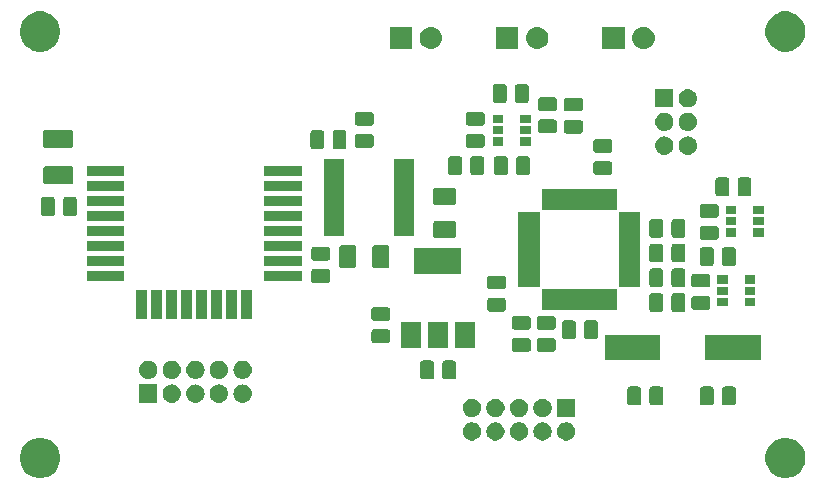
<source format=gbr>
G04 #@! TF.GenerationSoftware,KiCad,Pcbnew,5.0.2+dfsg1-1*
G04 #@! TF.CreationDate,2021-10-10T22:00:12+03:00*
G04 #@! TF.ProjectId,Brizer-ZigBee,4272697a-6572-42d5-9a69-674265652e6b,rev?*
G04 #@! TF.SameCoordinates,Original*
G04 #@! TF.FileFunction,Soldermask,Top*
G04 #@! TF.FilePolarity,Negative*
%FSLAX46Y46*%
G04 Gerber Fmt 4.6, Leading zero omitted, Abs format (unit mm)*
G04 Created by KiCad (PCBNEW 5.0.2+dfsg1-1) date Вс 10 окт 2021 22:00:12*
%MOMM*%
%LPD*%
G01*
G04 APERTURE LIST*
%ADD10C,0.050000*%
G04 APERTURE END LIST*
D10*
G36*
X182045872Y-107915330D02*
X182045874Y-107915331D01*
X182045875Y-107915331D01*
X182106284Y-107940353D01*
X182355252Y-108043479D01*
X182633687Y-108229523D01*
X182870477Y-108466313D01*
X183056521Y-108744748D01*
X183184670Y-109054128D01*
X183250000Y-109382565D01*
X183250000Y-109717435D01*
X183184670Y-110045872D01*
X183056521Y-110355252D01*
X182870477Y-110633687D01*
X182633687Y-110870477D01*
X182355252Y-111056521D01*
X182106284Y-111159647D01*
X182045875Y-111184669D01*
X182045874Y-111184669D01*
X182045872Y-111184670D01*
X181717435Y-111250000D01*
X181382565Y-111250000D01*
X181054128Y-111184670D01*
X181054126Y-111184669D01*
X181054125Y-111184669D01*
X180993716Y-111159647D01*
X180744748Y-111056521D01*
X180466313Y-110870477D01*
X180229523Y-110633687D01*
X180043479Y-110355252D01*
X179915330Y-110045872D01*
X179850000Y-109717435D01*
X179850000Y-109382565D01*
X179915330Y-109054128D01*
X180043479Y-108744748D01*
X180229523Y-108466313D01*
X180466313Y-108229523D01*
X180744748Y-108043479D01*
X180993716Y-107940353D01*
X181054125Y-107915331D01*
X181054126Y-107915331D01*
X181054128Y-107915330D01*
X181382565Y-107850000D01*
X181717435Y-107850000D01*
X182045872Y-107915330D01*
X182045872Y-107915330D01*
G37*
G36*
X118945872Y-107915330D02*
X118945874Y-107915331D01*
X118945875Y-107915331D01*
X119006284Y-107940353D01*
X119255252Y-108043479D01*
X119533687Y-108229523D01*
X119770477Y-108466313D01*
X119956521Y-108744748D01*
X120084670Y-109054128D01*
X120150000Y-109382565D01*
X120150000Y-109717435D01*
X120084670Y-110045872D01*
X119956521Y-110355252D01*
X119770477Y-110633687D01*
X119533687Y-110870477D01*
X119255252Y-111056521D01*
X119006284Y-111159647D01*
X118945875Y-111184669D01*
X118945874Y-111184669D01*
X118945872Y-111184670D01*
X118617435Y-111250000D01*
X118282565Y-111250000D01*
X117954128Y-111184670D01*
X117954126Y-111184669D01*
X117954125Y-111184669D01*
X117893716Y-111159647D01*
X117644748Y-111056521D01*
X117366313Y-110870477D01*
X117129523Y-110633687D01*
X116943479Y-110355252D01*
X116815330Y-110045872D01*
X116750000Y-109717435D01*
X116750000Y-109382565D01*
X116815330Y-109054128D01*
X116943479Y-108744748D01*
X117129523Y-108466313D01*
X117366313Y-108229523D01*
X117644748Y-108043479D01*
X117893716Y-107940353D01*
X117954125Y-107915331D01*
X117954126Y-107915331D01*
X117954128Y-107915330D01*
X118282565Y-107850000D01*
X118617435Y-107850000D01*
X118945872Y-107915330D01*
X118945872Y-107915330D01*
G37*
G36*
X155226057Y-106554782D02*
X155226060Y-106554783D01*
X155226059Y-106554783D01*
X155367100Y-106613204D01*
X155494034Y-106698018D01*
X155601982Y-106805966D01*
X155601983Y-106805968D01*
X155686796Y-106932900D01*
X155745218Y-107073943D01*
X155775000Y-107223667D01*
X155775000Y-107376333D01*
X155745218Y-107526057D01*
X155745217Y-107526059D01*
X155686796Y-107667100D01*
X155601982Y-107794034D01*
X155494034Y-107901982D01*
X155367100Y-107986796D01*
X155226057Y-108045218D01*
X155076333Y-108075000D01*
X154923667Y-108075000D01*
X154773943Y-108045218D01*
X154632900Y-107986796D01*
X154505966Y-107901982D01*
X154398018Y-107794034D01*
X154313204Y-107667100D01*
X154254783Y-107526059D01*
X154254782Y-107526057D01*
X154225000Y-107376333D01*
X154225000Y-107223667D01*
X154254782Y-107073943D01*
X154313204Y-106932900D01*
X154398017Y-106805968D01*
X154398018Y-106805966D01*
X154505966Y-106698018D01*
X154632900Y-106613204D01*
X154773941Y-106554783D01*
X154773940Y-106554783D01*
X154773943Y-106554782D01*
X154923667Y-106525000D01*
X155076333Y-106525000D01*
X155226057Y-106554782D01*
X155226057Y-106554782D01*
G37*
G36*
X157226057Y-106554782D02*
X157226060Y-106554783D01*
X157226059Y-106554783D01*
X157367100Y-106613204D01*
X157494034Y-106698018D01*
X157601982Y-106805966D01*
X157601983Y-106805968D01*
X157686796Y-106932900D01*
X157745218Y-107073943D01*
X157775000Y-107223667D01*
X157775000Y-107376333D01*
X157745218Y-107526057D01*
X157745217Y-107526059D01*
X157686796Y-107667100D01*
X157601982Y-107794034D01*
X157494034Y-107901982D01*
X157367100Y-107986796D01*
X157226057Y-108045218D01*
X157076333Y-108075000D01*
X156923667Y-108075000D01*
X156773943Y-108045218D01*
X156632900Y-107986796D01*
X156505966Y-107901982D01*
X156398018Y-107794034D01*
X156313204Y-107667100D01*
X156254783Y-107526059D01*
X156254782Y-107526057D01*
X156225000Y-107376333D01*
X156225000Y-107223667D01*
X156254782Y-107073943D01*
X156313204Y-106932900D01*
X156398017Y-106805968D01*
X156398018Y-106805966D01*
X156505966Y-106698018D01*
X156632900Y-106613204D01*
X156773941Y-106554783D01*
X156773940Y-106554783D01*
X156773943Y-106554782D01*
X156923667Y-106525000D01*
X157076333Y-106525000D01*
X157226057Y-106554782D01*
X157226057Y-106554782D01*
G37*
G36*
X163226057Y-106554782D02*
X163226060Y-106554783D01*
X163226059Y-106554783D01*
X163367100Y-106613204D01*
X163494034Y-106698018D01*
X163601982Y-106805966D01*
X163601983Y-106805968D01*
X163686796Y-106932900D01*
X163745218Y-107073943D01*
X163775000Y-107223667D01*
X163775000Y-107376333D01*
X163745218Y-107526057D01*
X163745217Y-107526059D01*
X163686796Y-107667100D01*
X163601982Y-107794034D01*
X163494034Y-107901982D01*
X163367100Y-107986796D01*
X163226057Y-108045218D01*
X163076333Y-108075000D01*
X162923667Y-108075000D01*
X162773943Y-108045218D01*
X162632900Y-107986796D01*
X162505966Y-107901982D01*
X162398018Y-107794034D01*
X162313204Y-107667100D01*
X162254783Y-107526059D01*
X162254782Y-107526057D01*
X162225000Y-107376333D01*
X162225000Y-107223667D01*
X162254782Y-107073943D01*
X162313204Y-106932900D01*
X162398017Y-106805968D01*
X162398018Y-106805966D01*
X162505966Y-106698018D01*
X162632900Y-106613204D01*
X162773941Y-106554783D01*
X162773940Y-106554783D01*
X162773943Y-106554782D01*
X162923667Y-106525000D01*
X163076333Y-106525000D01*
X163226057Y-106554782D01*
X163226057Y-106554782D01*
G37*
G36*
X159226057Y-106554782D02*
X159226060Y-106554783D01*
X159226059Y-106554783D01*
X159367100Y-106613204D01*
X159494034Y-106698018D01*
X159601982Y-106805966D01*
X159601983Y-106805968D01*
X159686796Y-106932900D01*
X159745218Y-107073943D01*
X159775000Y-107223667D01*
X159775000Y-107376333D01*
X159745218Y-107526057D01*
X159745217Y-107526059D01*
X159686796Y-107667100D01*
X159601982Y-107794034D01*
X159494034Y-107901982D01*
X159367100Y-107986796D01*
X159226057Y-108045218D01*
X159076333Y-108075000D01*
X158923667Y-108075000D01*
X158773943Y-108045218D01*
X158632900Y-107986796D01*
X158505966Y-107901982D01*
X158398018Y-107794034D01*
X158313204Y-107667100D01*
X158254783Y-107526059D01*
X158254782Y-107526057D01*
X158225000Y-107376333D01*
X158225000Y-107223667D01*
X158254782Y-107073943D01*
X158313204Y-106932900D01*
X158398017Y-106805968D01*
X158398018Y-106805966D01*
X158505966Y-106698018D01*
X158632900Y-106613204D01*
X158773941Y-106554783D01*
X158773940Y-106554783D01*
X158773943Y-106554782D01*
X158923667Y-106525000D01*
X159076333Y-106525000D01*
X159226057Y-106554782D01*
X159226057Y-106554782D01*
G37*
G36*
X161226057Y-106554782D02*
X161226060Y-106554783D01*
X161226059Y-106554783D01*
X161367100Y-106613204D01*
X161494034Y-106698018D01*
X161601982Y-106805966D01*
X161601983Y-106805968D01*
X161686796Y-106932900D01*
X161745218Y-107073943D01*
X161775000Y-107223667D01*
X161775000Y-107376333D01*
X161745218Y-107526057D01*
X161745217Y-107526059D01*
X161686796Y-107667100D01*
X161601982Y-107794034D01*
X161494034Y-107901982D01*
X161367100Y-107986796D01*
X161226057Y-108045218D01*
X161076333Y-108075000D01*
X160923667Y-108075000D01*
X160773943Y-108045218D01*
X160632900Y-107986796D01*
X160505966Y-107901982D01*
X160398018Y-107794034D01*
X160313204Y-107667100D01*
X160254783Y-107526059D01*
X160254782Y-107526057D01*
X160225000Y-107376333D01*
X160225000Y-107223667D01*
X160254782Y-107073943D01*
X160313204Y-106932900D01*
X160398017Y-106805968D01*
X160398018Y-106805966D01*
X160505966Y-106698018D01*
X160632900Y-106613204D01*
X160773941Y-106554783D01*
X160773940Y-106554783D01*
X160773943Y-106554782D01*
X160923667Y-106525000D01*
X161076333Y-106525000D01*
X161226057Y-106554782D01*
X161226057Y-106554782D01*
G37*
G36*
X155226057Y-104554782D02*
X155226060Y-104554783D01*
X155226059Y-104554783D01*
X155367100Y-104613204D01*
X155494034Y-104698018D01*
X155601982Y-104805966D01*
X155611004Y-104819469D01*
X155686796Y-104932900D01*
X155745218Y-105073943D01*
X155775000Y-105223667D01*
X155775000Y-105376333D01*
X155745218Y-105526057D01*
X155745217Y-105526059D01*
X155686796Y-105667100D01*
X155601982Y-105794034D01*
X155494034Y-105901982D01*
X155367100Y-105986796D01*
X155226057Y-106045218D01*
X155076333Y-106075000D01*
X154923667Y-106075000D01*
X154773943Y-106045218D01*
X154632900Y-105986796D01*
X154505966Y-105901982D01*
X154398018Y-105794034D01*
X154313204Y-105667100D01*
X154254783Y-105526059D01*
X154254782Y-105526057D01*
X154225000Y-105376333D01*
X154225000Y-105223667D01*
X154254782Y-105073943D01*
X154313204Y-104932900D01*
X154388996Y-104819469D01*
X154398018Y-104805966D01*
X154505966Y-104698018D01*
X154632900Y-104613204D01*
X154773941Y-104554783D01*
X154773940Y-104554783D01*
X154773943Y-104554782D01*
X154923667Y-104525000D01*
X155076333Y-104525000D01*
X155226057Y-104554782D01*
X155226057Y-104554782D01*
G37*
G36*
X157226057Y-104554782D02*
X157226060Y-104554783D01*
X157226059Y-104554783D01*
X157367100Y-104613204D01*
X157494034Y-104698018D01*
X157601982Y-104805966D01*
X157611004Y-104819469D01*
X157686796Y-104932900D01*
X157745218Y-105073943D01*
X157775000Y-105223667D01*
X157775000Y-105376333D01*
X157745218Y-105526057D01*
X157745217Y-105526059D01*
X157686796Y-105667100D01*
X157601982Y-105794034D01*
X157494034Y-105901982D01*
X157367100Y-105986796D01*
X157226057Y-106045218D01*
X157076333Y-106075000D01*
X156923667Y-106075000D01*
X156773943Y-106045218D01*
X156632900Y-105986796D01*
X156505966Y-105901982D01*
X156398018Y-105794034D01*
X156313204Y-105667100D01*
X156254783Y-105526059D01*
X156254782Y-105526057D01*
X156225000Y-105376333D01*
X156225000Y-105223667D01*
X156254782Y-105073943D01*
X156313204Y-104932900D01*
X156388996Y-104819469D01*
X156398018Y-104805966D01*
X156505966Y-104698018D01*
X156632900Y-104613204D01*
X156773941Y-104554783D01*
X156773940Y-104554783D01*
X156773943Y-104554782D01*
X156923667Y-104525000D01*
X157076333Y-104525000D01*
X157226057Y-104554782D01*
X157226057Y-104554782D01*
G37*
G36*
X163775000Y-106075000D02*
X162225000Y-106075000D01*
X162225000Y-104525000D01*
X163775000Y-104525000D01*
X163775000Y-106075000D01*
X163775000Y-106075000D01*
G37*
G36*
X159226057Y-104554782D02*
X159226060Y-104554783D01*
X159226059Y-104554783D01*
X159367100Y-104613204D01*
X159494034Y-104698018D01*
X159601982Y-104805966D01*
X159611004Y-104819469D01*
X159686796Y-104932900D01*
X159745218Y-105073943D01*
X159775000Y-105223667D01*
X159775000Y-105376333D01*
X159745218Y-105526057D01*
X159745217Y-105526059D01*
X159686796Y-105667100D01*
X159601982Y-105794034D01*
X159494034Y-105901982D01*
X159367100Y-105986796D01*
X159226057Y-106045218D01*
X159076333Y-106075000D01*
X158923667Y-106075000D01*
X158773943Y-106045218D01*
X158632900Y-105986796D01*
X158505966Y-105901982D01*
X158398018Y-105794034D01*
X158313204Y-105667100D01*
X158254783Y-105526059D01*
X158254782Y-105526057D01*
X158225000Y-105376333D01*
X158225000Y-105223667D01*
X158254782Y-105073943D01*
X158313204Y-104932900D01*
X158388996Y-104819469D01*
X158398018Y-104805966D01*
X158505966Y-104698018D01*
X158632900Y-104613204D01*
X158773941Y-104554783D01*
X158773940Y-104554783D01*
X158773943Y-104554782D01*
X158923667Y-104525000D01*
X159076333Y-104525000D01*
X159226057Y-104554782D01*
X159226057Y-104554782D01*
G37*
G36*
X161226057Y-104554782D02*
X161226060Y-104554783D01*
X161226059Y-104554783D01*
X161367100Y-104613204D01*
X161494034Y-104698018D01*
X161601982Y-104805966D01*
X161611004Y-104819469D01*
X161686796Y-104932900D01*
X161745218Y-105073943D01*
X161775000Y-105223667D01*
X161775000Y-105376333D01*
X161745218Y-105526057D01*
X161745217Y-105526059D01*
X161686796Y-105667100D01*
X161601982Y-105794034D01*
X161494034Y-105901982D01*
X161367100Y-105986796D01*
X161226057Y-106045218D01*
X161076333Y-106075000D01*
X160923667Y-106075000D01*
X160773943Y-106045218D01*
X160632900Y-105986796D01*
X160505966Y-105901982D01*
X160398018Y-105794034D01*
X160313204Y-105667100D01*
X160254783Y-105526059D01*
X160254782Y-105526057D01*
X160225000Y-105376333D01*
X160225000Y-105223667D01*
X160254782Y-105073943D01*
X160313204Y-104932900D01*
X160388996Y-104819469D01*
X160398018Y-104805966D01*
X160505966Y-104698018D01*
X160632900Y-104613204D01*
X160773941Y-104554783D01*
X160773940Y-104554783D01*
X160773943Y-104554782D01*
X160923667Y-104525000D01*
X161076333Y-104525000D01*
X161226057Y-104554782D01*
X161226057Y-104554782D01*
G37*
G36*
X171028708Y-103505158D02*
X171074343Y-103519001D01*
X171116402Y-103541482D01*
X171153265Y-103571735D01*
X171183518Y-103608598D01*
X171205999Y-103650657D01*
X171219842Y-103696292D01*
X171225000Y-103748658D01*
X171225000Y-104851342D01*
X171219842Y-104903708D01*
X171205999Y-104949343D01*
X171183518Y-104991402D01*
X171153265Y-105028265D01*
X171116402Y-105058518D01*
X171074343Y-105080999D01*
X171028708Y-105094842D01*
X170976342Y-105100000D01*
X170298658Y-105100000D01*
X170246292Y-105094842D01*
X170200657Y-105080999D01*
X170158598Y-105058518D01*
X170121735Y-105028265D01*
X170091482Y-104991402D01*
X170069001Y-104949343D01*
X170055158Y-104903708D01*
X170050000Y-104851342D01*
X170050000Y-103748658D01*
X170055158Y-103696292D01*
X170069001Y-103650657D01*
X170091482Y-103608598D01*
X170121735Y-103571735D01*
X170158598Y-103541482D01*
X170200657Y-103519001D01*
X170246292Y-103505158D01*
X170298658Y-103500000D01*
X170976342Y-103500000D01*
X171028708Y-103505158D01*
X171028708Y-103505158D01*
G37*
G36*
X169153708Y-103505158D02*
X169199343Y-103519001D01*
X169241402Y-103541482D01*
X169278265Y-103571735D01*
X169308518Y-103608598D01*
X169330999Y-103650657D01*
X169344842Y-103696292D01*
X169350000Y-103748658D01*
X169350000Y-104851342D01*
X169344842Y-104903708D01*
X169330999Y-104949343D01*
X169308518Y-104991402D01*
X169278265Y-105028265D01*
X169241402Y-105058518D01*
X169199343Y-105080999D01*
X169153708Y-105094842D01*
X169101342Y-105100000D01*
X168423658Y-105100000D01*
X168371292Y-105094842D01*
X168325657Y-105080999D01*
X168283598Y-105058518D01*
X168246735Y-105028265D01*
X168216482Y-104991402D01*
X168194001Y-104949343D01*
X168180158Y-104903708D01*
X168175000Y-104851342D01*
X168175000Y-103748658D01*
X168180158Y-103696292D01*
X168194001Y-103650657D01*
X168216482Y-103608598D01*
X168246735Y-103571735D01*
X168283598Y-103541482D01*
X168325657Y-103519001D01*
X168371292Y-103505158D01*
X168423658Y-103500000D01*
X169101342Y-103500000D01*
X169153708Y-103505158D01*
X169153708Y-103505158D01*
G37*
G36*
X175291208Y-103505158D02*
X175336843Y-103519001D01*
X175378902Y-103541482D01*
X175415765Y-103571735D01*
X175446018Y-103608598D01*
X175468499Y-103650657D01*
X175482342Y-103696292D01*
X175487500Y-103748658D01*
X175487500Y-104851342D01*
X175482342Y-104903708D01*
X175468499Y-104949343D01*
X175446018Y-104991402D01*
X175415765Y-105028265D01*
X175378902Y-105058518D01*
X175336843Y-105080999D01*
X175291208Y-105094842D01*
X175238842Y-105100000D01*
X174561158Y-105100000D01*
X174508792Y-105094842D01*
X174463157Y-105080999D01*
X174421098Y-105058518D01*
X174384235Y-105028265D01*
X174353982Y-104991402D01*
X174331501Y-104949343D01*
X174317658Y-104903708D01*
X174312500Y-104851342D01*
X174312500Y-103748658D01*
X174317658Y-103696292D01*
X174331501Y-103650657D01*
X174353982Y-103608598D01*
X174384235Y-103571735D01*
X174421098Y-103541482D01*
X174463157Y-103519001D01*
X174508792Y-103505158D01*
X174561158Y-103500000D01*
X175238842Y-103500000D01*
X175291208Y-103505158D01*
X175291208Y-103505158D01*
G37*
G36*
X177166208Y-103505158D02*
X177211843Y-103519001D01*
X177253902Y-103541482D01*
X177290765Y-103571735D01*
X177321018Y-103608598D01*
X177343499Y-103650657D01*
X177357342Y-103696292D01*
X177362500Y-103748658D01*
X177362500Y-104851342D01*
X177357342Y-104903708D01*
X177343499Y-104949343D01*
X177321018Y-104991402D01*
X177290765Y-105028265D01*
X177253902Y-105058518D01*
X177211843Y-105080999D01*
X177166208Y-105094842D01*
X177113842Y-105100000D01*
X176436158Y-105100000D01*
X176383792Y-105094842D01*
X176338157Y-105080999D01*
X176296098Y-105058518D01*
X176259235Y-105028265D01*
X176228982Y-104991402D01*
X176206501Y-104949343D01*
X176192658Y-104903708D01*
X176187500Y-104851342D01*
X176187500Y-103748658D01*
X176192658Y-103696292D01*
X176206501Y-103650657D01*
X176228982Y-103608598D01*
X176259235Y-103571735D01*
X176296098Y-103541482D01*
X176338157Y-103519001D01*
X176383792Y-103505158D01*
X176436158Y-103500000D01*
X177113842Y-103500000D01*
X177166208Y-103505158D01*
X177166208Y-103505158D01*
G37*
G36*
X129751924Y-103336213D02*
X129898017Y-103380531D01*
X130032650Y-103452493D01*
X130150659Y-103549341D01*
X130247507Y-103667350D01*
X130319469Y-103801983D01*
X130363787Y-103948076D01*
X130378750Y-104100000D01*
X130363787Y-104251924D01*
X130319469Y-104398017D01*
X130247507Y-104532650D01*
X130150659Y-104650659D01*
X130032650Y-104747507D01*
X129898017Y-104819469D01*
X129751924Y-104863787D01*
X129638071Y-104875000D01*
X129561929Y-104875000D01*
X129448076Y-104863787D01*
X129301983Y-104819469D01*
X129167350Y-104747507D01*
X129049341Y-104650659D01*
X128952493Y-104532650D01*
X128880531Y-104398017D01*
X128836213Y-104251924D01*
X128821250Y-104100000D01*
X128836213Y-103948076D01*
X128880531Y-103801983D01*
X128952493Y-103667350D01*
X129049341Y-103549341D01*
X129167350Y-103452493D01*
X129301983Y-103380531D01*
X129448076Y-103336213D01*
X129561929Y-103325000D01*
X129638071Y-103325000D01*
X129751924Y-103336213D01*
X129751924Y-103336213D01*
G37*
G36*
X131751924Y-103336213D02*
X131898017Y-103380531D01*
X132032650Y-103452493D01*
X132150659Y-103549341D01*
X132247507Y-103667350D01*
X132319469Y-103801983D01*
X132363787Y-103948076D01*
X132378750Y-104100000D01*
X132363787Y-104251924D01*
X132319469Y-104398017D01*
X132247507Y-104532650D01*
X132150659Y-104650659D01*
X132032650Y-104747507D01*
X131898017Y-104819469D01*
X131751924Y-104863787D01*
X131638071Y-104875000D01*
X131561929Y-104875000D01*
X131448076Y-104863787D01*
X131301983Y-104819469D01*
X131167350Y-104747507D01*
X131049341Y-104650659D01*
X130952493Y-104532650D01*
X130880531Y-104398017D01*
X130836213Y-104251924D01*
X130821250Y-104100000D01*
X130836213Y-103948076D01*
X130880531Y-103801983D01*
X130952493Y-103667350D01*
X131049341Y-103549341D01*
X131167350Y-103452493D01*
X131301983Y-103380531D01*
X131448076Y-103336213D01*
X131561929Y-103325000D01*
X131638071Y-103325000D01*
X131751924Y-103336213D01*
X131751924Y-103336213D01*
G37*
G36*
X133751924Y-103336213D02*
X133898017Y-103380531D01*
X134032650Y-103452493D01*
X134150659Y-103549341D01*
X134247507Y-103667350D01*
X134319469Y-103801983D01*
X134363787Y-103948076D01*
X134378750Y-104100000D01*
X134363787Y-104251924D01*
X134319469Y-104398017D01*
X134247507Y-104532650D01*
X134150659Y-104650659D01*
X134032650Y-104747507D01*
X133898017Y-104819469D01*
X133751924Y-104863787D01*
X133638071Y-104875000D01*
X133561929Y-104875000D01*
X133448076Y-104863787D01*
X133301983Y-104819469D01*
X133167350Y-104747507D01*
X133049341Y-104650659D01*
X132952493Y-104532650D01*
X132880531Y-104398017D01*
X132836213Y-104251924D01*
X132821250Y-104100000D01*
X132836213Y-103948076D01*
X132880531Y-103801983D01*
X132952493Y-103667350D01*
X133049341Y-103549341D01*
X133167350Y-103452493D01*
X133301983Y-103380531D01*
X133448076Y-103336213D01*
X133561929Y-103325000D01*
X133638071Y-103325000D01*
X133751924Y-103336213D01*
X133751924Y-103336213D01*
G37*
G36*
X135751924Y-103336213D02*
X135898017Y-103380531D01*
X136032650Y-103452493D01*
X136150659Y-103549341D01*
X136247507Y-103667350D01*
X136319469Y-103801983D01*
X136363787Y-103948076D01*
X136378750Y-104100000D01*
X136363787Y-104251924D01*
X136319469Y-104398017D01*
X136247507Y-104532650D01*
X136150659Y-104650659D01*
X136032650Y-104747507D01*
X135898017Y-104819469D01*
X135751924Y-104863787D01*
X135638071Y-104875000D01*
X135561929Y-104875000D01*
X135448076Y-104863787D01*
X135301983Y-104819469D01*
X135167350Y-104747507D01*
X135049341Y-104650659D01*
X134952493Y-104532650D01*
X134880531Y-104398017D01*
X134836213Y-104251924D01*
X134821250Y-104100000D01*
X134836213Y-103948076D01*
X134880531Y-103801983D01*
X134952493Y-103667350D01*
X135049341Y-103549341D01*
X135167350Y-103452493D01*
X135301983Y-103380531D01*
X135448076Y-103336213D01*
X135561929Y-103325000D01*
X135638071Y-103325000D01*
X135751924Y-103336213D01*
X135751924Y-103336213D01*
G37*
G36*
X128375000Y-104875000D02*
X126825000Y-104875000D01*
X126825000Y-103325000D01*
X128375000Y-103325000D01*
X128375000Y-104875000D01*
X128375000Y-104875000D01*
G37*
G36*
X153491208Y-101305158D02*
X153536843Y-101319001D01*
X153578902Y-101341482D01*
X153615765Y-101371735D01*
X153646018Y-101408598D01*
X153668499Y-101450657D01*
X153682342Y-101496292D01*
X153687500Y-101548658D01*
X153687500Y-102651342D01*
X153682342Y-102703708D01*
X153668499Y-102749343D01*
X153646018Y-102791402D01*
X153615765Y-102828265D01*
X153578902Y-102858518D01*
X153536843Y-102880999D01*
X153491208Y-102894842D01*
X153438842Y-102900000D01*
X152761158Y-102900000D01*
X152708792Y-102894842D01*
X152663157Y-102880999D01*
X152621098Y-102858518D01*
X152584235Y-102828265D01*
X152553982Y-102791402D01*
X152531501Y-102749343D01*
X152517658Y-102703708D01*
X152512500Y-102651342D01*
X152512500Y-101548658D01*
X152517658Y-101496292D01*
X152531501Y-101450657D01*
X152553982Y-101408598D01*
X152584235Y-101371735D01*
X152621098Y-101341482D01*
X152663157Y-101319001D01*
X152708792Y-101305158D01*
X152761158Y-101300000D01*
X153438842Y-101300000D01*
X153491208Y-101305158D01*
X153491208Y-101305158D01*
G37*
G36*
X151616208Y-101305158D02*
X151661843Y-101319001D01*
X151703902Y-101341482D01*
X151740765Y-101371735D01*
X151771018Y-101408598D01*
X151793499Y-101450657D01*
X151807342Y-101496292D01*
X151812500Y-101548658D01*
X151812500Y-102651342D01*
X151807342Y-102703708D01*
X151793499Y-102749343D01*
X151771018Y-102791402D01*
X151740765Y-102828265D01*
X151703902Y-102858518D01*
X151661843Y-102880999D01*
X151616208Y-102894842D01*
X151563842Y-102900000D01*
X150886158Y-102900000D01*
X150833792Y-102894842D01*
X150788157Y-102880999D01*
X150746098Y-102858518D01*
X150709235Y-102828265D01*
X150678982Y-102791402D01*
X150656501Y-102749343D01*
X150642658Y-102703708D01*
X150637500Y-102651342D01*
X150637500Y-101548658D01*
X150642658Y-101496292D01*
X150656501Y-101450657D01*
X150678982Y-101408598D01*
X150709235Y-101371735D01*
X150746098Y-101341482D01*
X150788157Y-101319001D01*
X150833792Y-101305158D01*
X150886158Y-101300000D01*
X151563842Y-101300000D01*
X151616208Y-101305158D01*
X151616208Y-101305158D01*
G37*
G36*
X133751924Y-101336213D02*
X133898017Y-101380531D01*
X134032650Y-101452493D01*
X134150659Y-101549341D01*
X134247507Y-101667350D01*
X134319469Y-101801983D01*
X134363787Y-101948076D01*
X134378750Y-102100000D01*
X134363787Y-102251924D01*
X134319469Y-102398017D01*
X134247507Y-102532650D01*
X134150659Y-102650659D01*
X134032650Y-102747507D01*
X133898017Y-102819469D01*
X133751924Y-102863787D01*
X133638071Y-102875000D01*
X133561929Y-102875000D01*
X133448076Y-102863787D01*
X133301983Y-102819469D01*
X133167350Y-102747507D01*
X133049341Y-102650659D01*
X132952493Y-102532650D01*
X132880531Y-102398017D01*
X132836213Y-102251924D01*
X132821250Y-102100000D01*
X132836213Y-101948076D01*
X132880531Y-101801983D01*
X132952493Y-101667350D01*
X133049341Y-101549341D01*
X133167350Y-101452493D01*
X133301983Y-101380531D01*
X133448076Y-101336213D01*
X133561929Y-101325000D01*
X133638071Y-101325000D01*
X133751924Y-101336213D01*
X133751924Y-101336213D01*
G37*
G36*
X135751924Y-101336213D02*
X135898017Y-101380531D01*
X136032650Y-101452493D01*
X136150659Y-101549341D01*
X136247507Y-101667350D01*
X136319469Y-101801983D01*
X136363787Y-101948076D01*
X136378750Y-102100000D01*
X136363787Y-102251924D01*
X136319469Y-102398017D01*
X136247507Y-102532650D01*
X136150659Y-102650659D01*
X136032650Y-102747507D01*
X135898017Y-102819469D01*
X135751924Y-102863787D01*
X135638071Y-102875000D01*
X135561929Y-102875000D01*
X135448076Y-102863787D01*
X135301983Y-102819469D01*
X135167350Y-102747507D01*
X135049341Y-102650659D01*
X134952493Y-102532650D01*
X134880531Y-102398017D01*
X134836213Y-102251924D01*
X134821250Y-102100000D01*
X134836213Y-101948076D01*
X134880531Y-101801983D01*
X134952493Y-101667350D01*
X135049341Y-101549341D01*
X135167350Y-101452493D01*
X135301983Y-101380531D01*
X135448076Y-101336213D01*
X135561929Y-101325000D01*
X135638071Y-101325000D01*
X135751924Y-101336213D01*
X135751924Y-101336213D01*
G37*
G36*
X127751924Y-101336213D02*
X127898017Y-101380531D01*
X128032650Y-101452493D01*
X128150659Y-101549341D01*
X128247507Y-101667350D01*
X128319469Y-101801983D01*
X128363787Y-101948076D01*
X128378750Y-102100000D01*
X128363787Y-102251924D01*
X128319469Y-102398017D01*
X128247507Y-102532650D01*
X128150659Y-102650659D01*
X128032650Y-102747507D01*
X127898017Y-102819469D01*
X127751924Y-102863787D01*
X127638071Y-102875000D01*
X127561929Y-102875000D01*
X127448076Y-102863787D01*
X127301983Y-102819469D01*
X127167350Y-102747507D01*
X127049341Y-102650659D01*
X126952493Y-102532650D01*
X126880531Y-102398017D01*
X126836213Y-102251924D01*
X126821250Y-102100000D01*
X126836213Y-101948076D01*
X126880531Y-101801983D01*
X126952493Y-101667350D01*
X127049341Y-101549341D01*
X127167350Y-101452493D01*
X127301983Y-101380531D01*
X127448076Y-101336213D01*
X127561929Y-101325000D01*
X127638071Y-101325000D01*
X127751924Y-101336213D01*
X127751924Y-101336213D01*
G37*
G36*
X129751924Y-101336213D02*
X129898017Y-101380531D01*
X130032650Y-101452493D01*
X130150659Y-101549341D01*
X130247507Y-101667350D01*
X130319469Y-101801983D01*
X130363787Y-101948076D01*
X130378750Y-102100000D01*
X130363787Y-102251924D01*
X130319469Y-102398017D01*
X130247507Y-102532650D01*
X130150659Y-102650659D01*
X130032650Y-102747507D01*
X129898017Y-102819469D01*
X129751924Y-102863787D01*
X129638071Y-102875000D01*
X129561929Y-102875000D01*
X129448076Y-102863787D01*
X129301983Y-102819469D01*
X129167350Y-102747507D01*
X129049341Y-102650659D01*
X128952493Y-102532650D01*
X128880531Y-102398017D01*
X128836213Y-102251924D01*
X128821250Y-102100000D01*
X128836213Y-101948076D01*
X128880531Y-101801983D01*
X128952493Y-101667350D01*
X129049341Y-101549341D01*
X129167350Y-101452493D01*
X129301983Y-101380531D01*
X129448076Y-101336213D01*
X129561929Y-101325000D01*
X129638071Y-101325000D01*
X129751924Y-101336213D01*
X129751924Y-101336213D01*
G37*
G36*
X131751924Y-101336213D02*
X131898017Y-101380531D01*
X132032650Y-101452493D01*
X132150659Y-101549341D01*
X132247507Y-101667350D01*
X132319469Y-101801983D01*
X132363787Y-101948076D01*
X132378750Y-102100000D01*
X132363787Y-102251924D01*
X132319469Y-102398017D01*
X132247507Y-102532650D01*
X132150659Y-102650659D01*
X132032650Y-102747507D01*
X131898017Y-102819469D01*
X131751924Y-102863787D01*
X131638071Y-102875000D01*
X131561929Y-102875000D01*
X131448076Y-102863787D01*
X131301983Y-102819469D01*
X131167350Y-102747507D01*
X131049341Y-102650659D01*
X130952493Y-102532650D01*
X130880531Y-102398017D01*
X130836213Y-102251924D01*
X130821250Y-102100000D01*
X130836213Y-101948076D01*
X130880531Y-101801983D01*
X130952493Y-101667350D01*
X131049341Y-101549341D01*
X131167350Y-101452493D01*
X131301983Y-101380531D01*
X131448076Y-101336213D01*
X131561929Y-101325000D01*
X131638071Y-101325000D01*
X131751924Y-101336213D01*
X131751924Y-101336213D01*
G37*
G36*
X179450000Y-101300000D02*
X174750000Y-101300000D01*
X174750000Y-99100000D01*
X179450000Y-99100000D01*
X179450000Y-101300000D01*
X179450000Y-101300000D01*
G37*
G36*
X170950000Y-101300000D02*
X166250000Y-101300000D01*
X166250000Y-99100000D01*
X170950000Y-99100000D01*
X170950000Y-101300000D01*
X170950000Y-101300000D01*
G37*
G36*
X159803708Y-99392658D02*
X159849343Y-99406501D01*
X159891402Y-99428982D01*
X159928265Y-99459235D01*
X159958518Y-99496098D01*
X159980999Y-99538157D01*
X159994842Y-99583792D01*
X160000000Y-99636158D01*
X160000000Y-100313842D01*
X159994842Y-100366208D01*
X159980999Y-100411843D01*
X159958518Y-100453902D01*
X159928265Y-100490765D01*
X159891402Y-100521018D01*
X159849343Y-100543499D01*
X159803708Y-100557342D01*
X159751342Y-100562500D01*
X158648658Y-100562500D01*
X158596292Y-100557342D01*
X158550657Y-100543499D01*
X158508598Y-100521018D01*
X158471735Y-100490765D01*
X158441482Y-100453902D01*
X158419001Y-100411843D01*
X158405158Y-100366208D01*
X158400000Y-100313842D01*
X158400000Y-99636158D01*
X158405158Y-99583792D01*
X158419001Y-99538157D01*
X158441482Y-99496098D01*
X158471735Y-99459235D01*
X158508598Y-99428982D01*
X158550657Y-99406501D01*
X158596292Y-99392658D01*
X158648658Y-99387500D01*
X159751342Y-99387500D01*
X159803708Y-99392658D01*
X159803708Y-99392658D01*
G37*
G36*
X161903708Y-99392658D02*
X161949343Y-99406501D01*
X161991402Y-99428982D01*
X162028265Y-99459235D01*
X162058518Y-99496098D01*
X162080999Y-99538157D01*
X162094842Y-99583792D01*
X162100000Y-99636158D01*
X162100000Y-100313842D01*
X162094842Y-100366208D01*
X162080999Y-100411843D01*
X162058518Y-100453902D01*
X162028265Y-100490765D01*
X161991402Y-100521018D01*
X161949343Y-100543499D01*
X161903708Y-100557342D01*
X161851342Y-100562500D01*
X160748658Y-100562500D01*
X160696292Y-100557342D01*
X160650657Y-100543499D01*
X160608598Y-100521018D01*
X160571735Y-100490765D01*
X160541482Y-100453902D01*
X160519001Y-100411843D01*
X160505158Y-100366208D01*
X160500000Y-100313842D01*
X160500000Y-99636158D01*
X160505158Y-99583792D01*
X160519001Y-99538157D01*
X160541482Y-99496098D01*
X160571735Y-99459235D01*
X160608598Y-99428982D01*
X160650657Y-99406501D01*
X160696292Y-99392658D01*
X160748658Y-99387500D01*
X161851342Y-99387500D01*
X161903708Y-99392658D01*
X161903708Y-99392658D01*
G37*
G36*
X152974088Y-100269033D02*
X151274088Y-100269033D01*
X151274088Y-98069033D01*
X152974088Y-98069033D01*
X152974088Y-100269033D01*
X152974088Y-100269033D01*
G37*
G36*
X150674088Y-100269033D02*
X148974088Y-100269033D01*
X148974088Y-98069033D01*
X150674088Y-98069033D01*
X150674088Y-100269033D01*
X150674088Y-100269033D01*
G37*
G36*
X155274088Y-100269033D02*
X153574088Y-100269033D01*
X153574088Y-98069033D01*
X155274088Y-98069033D01*
X155274088Y-100269033D01*
X155274088Y-100269033D01*
G37*
G36*
X147903708Y-98655158D02*
X147949343Y-98669001D01*
X147991402Y-98691482D01*
X148028265Y-98721735D01*
X148058518Y-98758598D01*
X148080999Y-98800657D01*
X148094842Y-98846292D01*
X148100000Y-98898658D01*
X148100000Y-99576342D01*
X148094842Y-99628708D01*
X148080999Y-99674343D01*
X148058518Y-99716402D01*
X148028265Y-99753265D01*
X147991402Y-99783518D01*
X147949343Y-99805999D01*
X147903708Y-99819842D01*
X147851342Y-99825000D01*
X146748658Y-99825000D01*
X146696292Y-99819842D01*
X146650657Y-99805999D01*
X146608598Y-99783518D01*
X146571735Y-99753265D01*
X146541482Y-99716402D01*
X146519001Y-99674343D01*
X146505158Y-99628708D01*
X146500000Y-99576342D01*
X146500000Y-98898658D01*
X146505158Y-98846292D01*
X146519001Y-98800657D01*
X146541482Y-98758598D01*
X146571735Y-98721735D01*
X146608598Y-98691482D01*
X146650657Y-98669001D01*
X146696292Y-98655158D01*
X146748658Y-98650000D01*
X147851342Y-98650000D01*
X147903708Y-98655158D01*
X147903708Y-98655158D01*
G37*
G36*
X165491208Y-97905158D02*
X165536843Y-97919001D01*
X165578902Y-97941482D01*
X165615765Y-97971735D01*
X165646018Y-98008598D01*
X165668499Y-98050657D01*
X165682342Y-98096292D01*
X165687500Y-98148658D01*
X165687500Y-99251342D01*
X165682342Y-99303708D01*
X165668499Y-99349343D01*
X165646018Y-99391402D01*
X165615765Y-99428265D01*
X165578902Y-99458518D01*
X165536843Y-99480999D01*
X165491208Y-99494842D01*
X165438842Y-99500000D01*
X164761158Y-99500000D01*
X164708792Y-99494842D01*
X164663157Y-99480999D01*
X164621098Y-99458518D01*
X164584235Y-99428265D01*
X164553982Y-99391402D01*
X164531501Y-99349343D01*
X164517658Y-99303708D01*
X164512500Y-99251342D01*
X164512500Y-98148658D01*
X164517658Y-98096292D01*
X164531501Y-98050657D01*
X164553982Y-98008598D01*
X164584235Y-97971735D01*
X164621098Y-97941482D01*
X164663157Y-97919001D01*
X164708792Y-97905158D01*
X164761158Y-97900000D01*
X165438842Y-97900000D01*
X165491208Y-97905158D01*
X165491208Y-97905158D01*
G37*
G36*
X163616208Y-97905158D02*
X163661843Y-97919001D01*
X163703902Y-97941482D01*
X163740765Y-97971735D01*
X163771018Y-98008598D01*
X163793499Y-98050657D01*
X163807342Y-98096292D01*
X163812500Y-98148658D01*
X163812500Y-99251342D01*
X163807342Y-99303708D01*
X163793499Y-99349343D01*
X163771018Y-99391402D01*
X163740765Y-99428265D01*
X163703902Y-99458518D01*
X163661843Y-99480999D01*
X163616208Y-99494842D01*
X163563842Y-99500000D01*
X162886158Y-99500000D01*
X162833792Y-99494842D01*
X162788157Y-99480999D01*
X162746098Y-99458518D01*
X162709235Y-99428265D01*
X162678982Y-99391402D01*
X162656501Y-99349343D01*
X162642658Y-99303708D01*
X162637500Y-99251342D01*
X162637500Y-98148658D01*
X162642658Y-98096292D01*
X162656501Y-98050657D01*
X162678982Y-98008598D01*
X162709235Y-97971735D01*
X162746098Y-97941482D01*
X162788157Y-97919001D01*
X162833792Y-97905158D01*
X162886158Y-97900000D01*
X163563842Y-97900000D01*
X163616208Y-97905158D01*
X163616208Y-97905158D01*
G37*
G36*
X161903708Y-97517658D02*
X161949343Y-97531501D01*
X161991402Y-97553982D01*
X162028265Y-97584235D01*
X162058518Y-97621098D01*
X162080999Y-97663157D01*
X162094842Y-97708792D01*
X162100000Y-97761158D01*
X162100000Y-98438842D01*
X162094842Y-98491208D01*
X162080999Y-98536843D01*
X162058518Y-98578902D01*
X162028265Y-98615765D01*
X161991402Y-98646018D01*
X161949343Y-98668499D01*
X161903708Y-98682342D01*
X161851342Y-98687500D01*
X160748658Y-98687500D01*
X160696292Y-98682342D01*
X160650657Y-98668499D01*
X160608598Y-98646018D01*
X160571735Y-98615765D01*
X160541482Y-98578902D01*
X160519001Y-98536843D01*
X160505158Y-98491208D01*
X160500000Y-98438842D01*
X160500000Y-97761158D01*
X160505158Y-97708792D01*
X160519001Y-97663157D01*
X160541482Y-97621098D01*
X160571735Y-97584235D01*
X160608598Y-97553982D01*
X160650657Y-97531501D01*
X160696292Y-97517658D01*
X160748658Y-97512500D01*
X161851342Y-97512500D01*
X161903708Y-97517658D01*
X161903708Y-97517658D01*
G37*
G36*
X159803708Y-97517658D02*
X159849343Y-97531501D01*
X159891402Y-97553982D01*
X159928265Y-97584235D01*
X159958518Y-97621098D01*
X159980999Y-97663157D01*
X159994842Y-97708792D01*
X160000000Y-97761158D01*
X160000000Y-98438842D01*
X159994842Y-98491208D01*
X159980999Y-98536843D01*
X159958518Y-98578902D01*
X159928265Y-98615765D01*
X159891402Y-98646018D01*
X159849343Y-98668499D01*
X159803708Y-98682342D01*
X159751342Y-98687500D01*
X158648658Y-98687500D01*
X158596292Y-98682342D01*
X158550657Y-98668499D01*
X158508598Y-98646018D01*
X158471735Y-98615765D01*
X158441482Y-98578902D01*
X158419001Y-98536843D01*
X158405158Y-98491208D01*
X158400000Y-98438842D01*
X158400000Y-97761158D01*
X158405158Y-97708792D01*
X158419001Y-97663157D01*
X158441482Y-97621098D01*
X158471735Y-97584235D01*
X158508598Y-97553982D01*
X158550657Y-97531501D01*
X158596292Y-97517658D01*
X158648658Y-97512500D01*
X159751342Y-97512500D01*
X159803708Y-97517658D01*
X159803708Y-97517658D01*
G37*
G36*
X147903708Y-96780158D02*
X147949343Y-96794001D01*
X147991402Y-96816482D01*
X148028265Y-96846735D01*
X148058518Y-96883598D01*
X148080999Y-96925657D01*
X148094842Y-96971292D01*
X148100000Y-97023658D01*
X148100000Y-97701342D01*
X148094842Y-97753708D01*
X148080999Y-97799343D01*
X148058518Y-97841402D01*
X148028265Y-97878265D01*
X147991402Y-97908518D01*
X147949343Y-97930999D01*
X147903708Y-97944842D01*
X147851342Y-97950000D01*
X146748658Y-97950000D01*
X146696292Y-97944842D01*
X146650657Y-97930999D01*
X146608598Y-97908518D01*
X146571735Y-97878265D01*
X146541482Y-97841402D01*
X146519001Y-97799343D01*
X146505158Y-97753708D01*
X146500000Y-97701342D01*
X146500000Y-97023658D01*
X146505158Y-96971292D01*
X146519001Y-96925657D01*
X146541482Y-96883598D01*
X146571735Y-96846735D01*
X146608598Y-96816482D01*
X146650657Y-96794001D01*
X146696292Y-96780158D01*
X146748658Y-96775000D01*
X147851342Y-96775000D01*
X147903708Y-96780158D01*
X147903708Y-96780158D01*
G37*
G36*
X128760000Y-97790000D02*
X127860000Y-97790000D01*
X127860000Y-95300000D01*
X128760000Y-95300000D01*
X128760000Y-97790000D01*
X128760000Y-97790000D01*
G37*
G36*
X136380000Y-97790000D02*
X135480000Y-97790000D01*
X135480000Y-95300000D01*
X136380000Y-95300000D01*
X136380000Y-97790000D01*
X136380000Y-97790000D01*
G37*
G36*
X133840000Y-97790000D02*
X132940000Y-97790000D01*
X132940000Y-95300000D01*
X133840000Y-95300000D01*
X133840000Y-97790000D01*
X133840000Y-97790000D01*
G37*
G36*
X127490000Y-97790000D02*
X126590000Y-97790000D01*
X126590000Y-95300000D01*
X127490000Y-95300000D01*
X127490000Y-97790000D01*
X127490000Y-97790000D01*
G37*
G36*
X132570000Y-97790000D02*
X131670000Y-97790000D01*
X131670000Y-95300000D01*
X132570000Y-95300000D01*
X132570000Y-97790000D01*
X132570000Y-97790000D01*
G37*
G36*
X131300000Y-97790000D02*
X130400000Y-97790000D01*
X130400000Y-95300000D01*
X131300000Y-95300000D01*
X131300000Y-97790000D01*
X131300000Y-97790000D01*
G37*
G36*
X130030000Y-97790000D02*
X129130000Y-97790000D01*
X129130000Y-95300000D01*
X130030000Y-95300000D01*
X130030000Y-97790000D01*
X130030000Y-97790000D01*
G37*
G36*
X135110000Y-97780000D02*
X134210000Y-97780000D01*
X134210000Y-95290000D01*
X135110000Y-95290000D01*
X135110000Y-97780000D01*
X135110000Y-97780000D01*
G37*
G36*
X171016208Y-95605158D02*
X171061843Y-95619001D01*
X171103902Y-95641482D01*
X171140765Y-95671735D01*
X171171018Y-95708598D01*
X171193499Y-95750657D01*
X171207342Y-95796292D01*
X171212500Y-95848658D01*
X171212500Y-96951342D01*
X171207342Y-97003708D01*
X171193499Y-97049343D01*
X171171018Y-97091402D01*
X171140765Y-97128265D01*
X171103902Y-97158518D01*
X171061843Y-97180999D01*
X171016208Y-97194842D01*
X170963842Y-97200000D01*
X170286158Y-97200000D01*
X170233792Y-97194842D01*
X170188157Y-97180999D01*
X170146098Y-97158518D01*
X170109235Y-97128265D01*
X170078982Y-97091402D01*
X170056501Y-97049343D01*
X170042658Y-97003708D01*
X170037500Y-96951342D01*
X170037500Y-95848658D01*
X170042658Y-95796292D01*
X170056501Y-95750657D01*
X170078982Y-95708598D01*
X170109235Y-95671735D01*
X170146098Y-95641482D01*
X170188157Y-95619001D01*
X170233792Y-95605158D01*
X170286158Y-95600000D01*
X170963842Y-95600000D01*
X171016208Y-95605158D01*
X171016208Y-95605158D01*
G37*
G36*
X172891208Y-95605158D02*
X172936843Y-95619001D01*
X172978902Y-95641482D01*
X173015765Y-95671735D01*
X173046018Y-95708598D01*
X173068499Y-95750657D01*
X173082342Y-95796292D01*
X173087500Y-95848658D01*
X173087500Y-96951342D01*
X173082342Y-97003708D01*
X173068499Y-97049343D01*
X173046018Y-97091402D01*
X173015765Y-97128265D01*
X172978902Y-97158518D01*
X172936843Y-97180999D01*
X172891208Y-97194842D01*
X172838842Y-97200000D01*
X172161158Y-97200000D01*
X172108792Y-97194842D01*
X172063157Y-97180999D01*
X172021098Y-97158518D01*
X171984235Y-97128265D01*
X171953982Y-97091402D01*
X171931501Y-97049343D01*
X171917658Y-97003708D01*
X171912500Y-96951342D01*
X171912500Y-95848658D01*
X171917658Y-95796292D01*
X171931501Y-95750657D01*
X171953982Y-95708598D01*
X171984235Y-95671735D01*
X172021098Y-95641482D01*
X172063157Y-95619001D01*
X172108792Y-95605158D01*
X172161158Y-95600000D01*
X172838842Y-95600000D01*
X172891208Y-95605158D01*
X172891208Y-95605158D01*
G37*
G36*
X157703708Y-95992658D02*
X157749343Y-96006501D01*
X157791402Y-96028982D01*
X157828265Y-96059235D01*
X157858518Y-96096098D01*
X157880999Y-96138157D01*
X157894842Y-96183792D01*
X157900000Y-96236158D01*
X157900000Y-96913842D01*
X157894842Y-96966208D01*
X157880999Y-97011843D01*
X157858518Y-97053902D01*
X157828265Y-97090765D01*
X157791402Y-97121018D01*
X157749343Y-97143499D01*
X157703708Y-97157342D01*
X157651342Y-97162500D01*
X156548658Y-97162500D01*
X156496292Y-97157342D01*
X156450657Y-97143499D01*
X156408598Y-97121018D01*
X156371735Y-97090765D01*
X156341482Y-97053902D01*
X156319001Y-97011843D01*
X156305158Y-96966208D01*
X156300000Y-96913842D01*
X156300000Y-96236158D01*
X156305158Y-96183792D01*
X156319001Y-96138157D01*
X156341482Y-96096098D01*
X156371735Y-96059235D01*
X156408598Y-96028982D01*
X156450657Y-96006501D01*
X156496292Y-95992658D01*
X156548658Y-95987500D01*
X157651342Y-95987500D01*
X157703708Y-95992658D01*
X157703708Y-95992658D01*
G37*
G36*
X167275000Y-97050000D02*
X160925000Y-97050000D01*
X160925000Y-95250000D01*
X167275000Y-95250000D01*
X167275000Y-97050000D01*
X167275000Y-97050000D01*
G37*
G36*
X175003708Y-95817658D02*
X175049343Y-95831501D01*
X175091402Y-95853982D01*
X175128265Y-95884235D01*
X175158518Y-95921098D01*
X175180999Y-95963157D01*
X175194842Y-96008792D01*
X175200000Y-96061158D01*
X175200000Y-96738842D01*
X175194842Y-96791208D01*
X175180999Y-96836843D01*
X175158518Y-96878902D01*
X175128265Y-96915765D01*
X175091402Y-96946018D01*
X175049343Y-96968499D01*
X175003708Y-96982342D01*
X174951342Y-96987500D01*
X173848658Y-96987500D01*
X173796292Y-96982342D01*
X173750657Y-96968499D01*
X173708598Y-96946018D01*
X173671735Y-96915765D01*
X173641482Y-96878902D01*
X173619001Y-96836843D01*
X173605158Y-96791208D01*
X173600000Y-96738842D01*
X173600000Y-96061158D01*
X173605158Y-96008792D01*
X173619001Y-95963157D01*
X173641482Y-95921098D01*
X173671735Y-95884235D01*
X173708598Y-95853982D01*
X173750657Y-95831501D01*
X173796292Y-95817658D01*
X173848658Y-95812500D01*
X174951342Y-95812500D01*
X175003708Y-95817658D01*
X175003708Y-95817658D01*
G37*
G36*
X179010000Y-96705000D02*
X178110000Y-96705000D01*
X178110000Y-95995000D01*
X179010000Y-95995000D01*
X179010000Y-96705000D01*
X179010000Y-96705000D01*
G37*
G36*
X176690000Y-96705000D02*
X175790000Y-96705000D01*
X175790000Y-95995000D01*
X176690000Y-95995000D01*
X176690000Y-96705000D01*
X176690000Y-96705000D01*
G37*
G36*
X176690000Y-95755000D02*
X175790000Y-95755000D01*
X175790000Y-95045000D01*
X176690000Y-95045000D01*
X176690000Y-95755000D01*
X176690000Y-95755000D01*
G37*
G36*
X179010000Y-95755000D02*
X178110000Y-95755000D01*
X178110000Y-95045000D01*
X179010000Y-95045000D01*
X179010000Y-95755000D01*
X179010000Y-95755000D01*
G37*
G36*
X157703708Y-94117658D02*
X157749343Y-94131501D01*
X157791402Y-94153982D01*
X157828265Y-94184235D01*
X157858518Y-94221098D01*
X157880999Y-94263157D01*
X157894842Y-94308792D01*
X157900000Y-94361158D01*
X157900000Y-95038842D01*
X157894842Y-95091208D01*
X157880999Y-95136843D01*
X157858518Y-95178902D01*
X157828265Y-95215765D01*
X157791402Y-95246018D01*
X157749343Y-95268499D01*
X157703708Y-95282342D01*
X157651342Y-95287500D01*
X156548658Y-95287500D01*
X156496292Y-95282342D01*
X156450657Y-95268499D01*
X156408598Y-95246018D01*
X156371735Y-95215765D01*
X156341482Y-95178902D01*
X156319001Y-95136843D01*
X156305158Y-95091208D01*
X156300000Y-95038842D01*
X156300000Y-94361158D01*
X156305158Y-94308792D01*
X156319001Y-94263157D01*
X156341482Y-94221098D01*
X156371735Y-94184235D01*
X156408598Y-94153982D01*
X156450657Y-94131501D01*
X156496292Y-94117658D01*
X156548658Y-94112500D01*
X157651342Y-94112500D01*
X157703708Y-94117658D01*
X157703708Y-94117658D01*
G37*
G36*
X175003708Y-93942658D02*
X175049343Y-93956501D01*
X175091402Y-93978982D01*
X175128265Y-94009235D01*
X175158518Y-94046098D01*
X175180999Y-94088157D01*
X175194842Y-94133792D01*
X175200000Y-94186158D01*
X175200000Y-94863842D01*
X175194842Y-94916208D01*
X175180999Y-94961843D01*
X175158518Y-95003902D01*
X175128265Y-95040765D01*
X175091402Y-95071018D01*
X175049343Y-95093499D01*
X175003708Y-95107342D01*
X174951342Y-95112500D01*
X173848658Y-95112500D01*
X173796292Y-95107342D01*
X173750657Y-95093499D01*
X173708598Y-95071018D01*
X173671735Y-95040765D01*
X173641482Y-95003902D01*
X173619001Y-94961843D01*
X173605158Y-94916208D01*
X173600000Y-94863842D01*
X173600000Y-94186158D01*
X173605158Y-94133792D01*
X173619001Y-94088157D01*
X173641482Y-94046098D01*
X173671735Y-94009235D01*
X173708598Y-93978982D01*
X173750657Y-93956501D01*
X173796292Y-93942658D01*
X173848658Y-93937500D01*
X174951342Y-93937500D01*
X175003708Y-93942658D01*
X175003708Y-93942658D01*
G37*
G36*
X172891208Y-93505158D02*
X172936843Y-93519001D01*
X172978902Y-93541482D01*
X173015765Y-93571735D01*
X173046018Y-93608598D01*
X173068499Y-93650657D01*
X173082342Y-93696292D01*
X173087500Y-93748658D01*
X173087500Y-94851342D01*
X173082342Y-94903708D01*
X173068499Y-94949343D01*
X173046018Y-94991402D01*
X173015765Y-95028265D01*
X172978902Y-95058518D01*
X172936843Y-95080999D01*
X172891208Y-95094842D01*
X172838842Y-95100000D01*
X172161158Y-95100000D01*
X172108792Y-95094842D01*
X172063157Y-95080999D01*
X172021098Y-95058518D01*
X171984235Y-95028265D01*
X171953982Y-94991402D01*
X171931501Y-94949343D01*
X171917658Y-94903708D01*
X171912500Y-94851342D01*
X171912500Y-93748658D01*
X171917658Y-93696292D01*
X171931501Y-93650657D01*
X171953982Y-93608598D01*
X171984235Y-93571735D01*
X172021098Y-93541482D01*
X172063157Y-93519001D01*
X172108792Y-93505158D01*
X172161158Y-93500000D01*
X172838842Y-93500000D01*
X172891208Y-93505158D01*
X172891208Y-93505158D01*
G37*
G36*
X171016208Y-93505158D02*
X171061843Y-93519001D01*
X171103902Y-93541482D01*
X171140765Y-93571735D01*
X171171018Y-93608598D01*
X171193499Y-93650657D01*
X171207342Y-93696292D01*
X171212500Y-93748658D01*
X171212500Y-94851342D01*
X171207342Y-94903708D01*
X171193499Y-94949343D01*
X171171018Y-94991402D01*
X171140765Y-95028265D01*
X171103902Y-95058518D01*
X171061843Y-95080999D01*
X171016208Y-95094842D01*
X170963842Y-95100000D01*
X170286158Y-95100000D01*
X170233792Y-95094842D01*
X170188157Y-95080999D01*
X170146098Y-95058518D01*
X170109235Y-95028265D01*
X170078982Y-94991402D01*
X170056501Y-94949343D01*
X170042658Y-94903708D01*
X170037500Y-94851342D01*
X170037500Y-93748658D01*
X170042658Y-93696292D01*
X170056501Y-93650657D01*
X170078982Y-93608598D01*
X170109235Y-93571735D01*
X170146098Y-93541482D01*
X170188157Y-93519001D01*
X170233792Y-93505158D01*
X170286158Y-93500000D01*
X170963842Y-93500000D01*
X171016208Y-93505158D01*
X171016208Y-93505158D01*
G37*
G36*
X160750000Y-95075000D02*
X158950000Y-95075000D01*
X158950000Y-88725000D01*
X160750000Y-88725000D01*
X160750000Y-95075000D01*
X160750000Y-95075000D01*
G37*
G36*
X169250000Y-95075000D02*
X167450000Y-95075000D01*
X167450000Y-88725000D01*
X169250000Y-88725000D01*
X169250000Y-95075000D01*
X169250000Y-95075000D01*
G37*
G36*
X179010000Y-94805000D02*
X178110000Y-94805000D01*
X178110000Y-94095000D01*
X179010000Y-94095000D01*
X179010000Y-94805000D01*
X179010000Y-94805000D01*
G37*
G36*
X176690000Y-94805000D02*
X175790000Y-94805000D01*
X175790000Y-94095000D01*
X176690000Y-94095000D01*
X176690000Y-94805000D01*
X176690000Y-94805000D01*
G37*
G36*
X142803708Y-93555158D02*
X142849343Y-93569001D01*
X142891402Y-93591482D01*
X142928265Y-93621735D01*
X142958518Y-93658598D01*
X142980999Y-93700657D01*
X142994842Y-93746292D01*
X143000000Y-93798658D01*
X143000000Y-94476342D01*
X142994842Y-94528708D01*
X142980999Y-94574343D01*
X142958518Y-94616402D01*
X142928265Y-94653265D01*
X142891402Y-94683518D01*
X142849343Y-94705999D01*
X142803708Y-94719842D01*
X142751342Y-94725000D01*
X141648658Y-94725000D01*
X141596292Y-94719842D01*
X141550657Y-94705999D01*
X141508598Y-94683518D01*
X141471735Y-94653265D01*
X141441482Y-94616402D01*
X141419001Y-94574343D01*
X141405158Y-94528708D01*
X141400000Y-94476342D01*
X141400000Y-93798658D01*
X141405158Y-93746292D01*
X141419001Y-93700657D01*
X141441482Y-93658598D01*
X141471735Y-93621735D01*
X141508598Y-93591482D01*
X141550657Y-93569001D01*
X141596292Y-93555158D01*
X141648658Y-93550000D01*
X142751342Y-93550000D01*
X142803708Y-93555158D01*
X142803708Y-93555158D01*
G37*
G36*
X140600000Y-94590000D02*
X137450000Y-94590000D01*
X137450000Y-93690000D01*
X140600000Y-93690000D01*
X140600000Y-94590000D01*
X140600000Y-94590000D01*
G37*
G36*
X125550000Y-94590000D02*
X122400000Y-94590000D01*
X122400000Y-93690000D01*
X125550000Y-93690000D01*
X125550000Y-94590000D01*
X125550000Y-94590000D01*
G37*
G36*
X154124088Y-93969033D02*
X150124088Y-93969033D01*
X150124088Y-91769033D01*
X154124088Y-91769033D01*
X154124088Y-93969033D01*
X154124088Y-93969033D01*
G37*
G36*
X145039775Y-91529893D02*
X145082831Y-91542954D01*
X145122510Y-91564163D01*
X145157292Y-91592708D01*
X145185837Y-91627490D01*
X145207046Y-91667169D01*
X145220107Y-91710225D01*
X145225000Y-91759908D01*
X145225000Y-93240092D01*
X145220107Y-93289775D01*
X145207046Y-93332831D01*
X145185837Y-93372510D01*
X145157292Y-93407292D01*
X145122510Y-93435837D01*
X145082831Y-93457046D01*
X145039775Y-93470107D01*
X144990092Y-93475000D01*
X144009908Y-93475000D01*
X143960225Y-93470107D01*
X143917169Y-93457046D01*
X143877490Y-93435837D01*
X143842708Y-93407292D01*
X143814163Y-93372510D01*
X143792954Y-93332831D01*
X143779893Y-93289775D01*
X143775000Y-93240092D01*
X143775000Y-91759908D01*
X143779893Y-91710225D01*
X143792954Y-91667169D01*
X143814163Y-91627490D01*
X143842708Y-91592708D01*
X143877490Y-91564163D01*
X143917169Y-91542954D01*
X143960225Y-91529893D01*
X144009908Y-91525000D01*
X144990092Y-91525000D01*
X145039775Y-91529893D01*
X145039775Y-91529893D01*
G37*
G36*
X147839775Y-91529893D02*
X147882831Y-91542954D01*
X147922510Y-91564163D01*
X147957292Y-91592708D01*
X147985837Y-91627490D01*
X148007046Y-91667169D01*
X148020107Y-91710225D01*
X148025000Y-91759908D01*
X148025000Y-93240092D01*
X148020107Y-93289775D01*
X148007046Y-93332831D01*
X147985837Y-93372510D01*
X147957292Y-93407292D01*
X147922510Y-93435837D01*
X147882831Y-93457046D01*
X147839775Y-93470107D01*
X147790092Y-93475000D01*
X146809908Y-93475000D01*
X146760225Y-93470107D01*
X146717169Y-93457046D01*
X146677490Y-93435837D01*
X146642708Y-93407292D01*
X146614163Y-93372510D01*
X146592954Y-93332831D01*
X146579893Y-93289775D01*
X146575000Y-93240092D01*
X146575000Y-91759908D01*
X146579893Y-91710225D01*
X146592954Y-91667169D01*
X146614163Y-91627490D01*
X146642708Y-91592708D01*
X146677490Y-91564163D01*
X146717169Y-91542954D01*
X146760225Y-91529893D01*
X146809908Y-91525000D01*
X147790092Y-91525000D01*
X147839775Y-91529893D01*
X147839775Y-91529893D01*
G37*
G36*
X140600000Y-93320000D02*
X137450000Y-93320000D01*
X137450000Y-92420000D01*
X140600000Y-92420000D01*
X140600000Y-93320000D01*
X140600000Y-93320000D01*
G37*
G36*
X125550000Y-93320000D02*
X122400000Y-93320000D01*
X122400000Y-92420000D01*
X125550000Y-92420000D01*
X125550000Y-93320000D01*
X125550000Y-93320000D01*
G37*
G36*
X175291208Y-91705158D02*
X175336843Y-91719001D01*
X175378902Y-91741482D01*
X175415765Y-91771735D01*
X175446018Y-91808598D01*
X175468499Y-91850657D01*
X175482342Y-91896292D01*
X175487500Y-91948658D01*
X175487500Y-93051342D01*
X175482342Y-93103708D01*
X175468499Y-93149343D01*
X175446018Y-93191402D01*
X175415765Y-93228265D01*
X175378902Y-93258518D01*
X175336843Y-93280999D01*
X175291208Y-93294842D01*
X175238842Y-93300000D01*
X174561158Y-93300000D01*
X174508792Y-93294842D01*
X174463157Y-93280999D01*
X174421098Y-93258518D01*
X174384235Y-93228265D01*
X174353982Y-93191402D01*
X174331501Y-93149343D01*
X174317658Y-93103708D01*
X174312500Y-93051342D01*
X174312500Y-91948658D01*
X174317658Y-91896292D01*
X174331501Y-91850657D01*
X174353982Y-91808598D01*
X174384235Y-91771735D01*
X174421098Y-91741482D01*
X174463157Y-91719001D01*
X174508792Y-91705158D01*
X174561158Y-91700000D01*
X175238842Y-91700000D01*
X175291208Y-91705158D01*
X175291208Y-91705158D01*
G37*
G36*
X177166208Y-91705158D02*
X177211843Y-91719001D01*
X177253902Y-91741482D01*
X177290765Y-91771735D01*
X177321018Y-91808598D01*
X177343499Y-91850657D01*
X177357342Y-91896292D01*
X177362500Y-91948658D01*
X177362500Y-93051342D01*
X177357342Y-93103708D01*
X177343499Y-93149343D01*
X177321018Y-93191402D01*
X177290765Y-93228265D01*
X177253902Y-93258518D01*
X177211843Y-93280999D01*
X177166208Y-93294842D01*
X177113842Y-93300000D01*
X176436158Y-93300000D01*
X176383792Y-93294842D01*
X176338157Y-93280999D01*
X176296098Y-93258518D01*
X176259235Y-93228265D01*
X176228982Y-93191402D01*
X176206501Y-93149343D01*
X176192658Y-93103708D01*
X176187500Y-93051342D01*
X176187500Y-91948658D01*
X176192658Y-91896292D01*
X176206501Y-91850657D01*
X176228982Y-91808598D01*
X176259235Y-91771735D01*
X176296098Y-91741482D01*
X176338157Y-91719001D01*
X176383792Y-91705158D01*
X176436158Y-91700000D01*
X177113842Y-91700000D01*
X177166208Y-91705158D01*
X177166208Y-91705158D01*
G37*
G36*
X171016208Y-91405158D02*
X171061843Y-91419001D01*
X171103902Y-91441482D01*
X171140765Y-91471735D01*
X171171018Y-91508598D01*
X171193499Y-91550657D01*
X171207342Y-91596292D01*
X171212500Y-91648658D01*
X171212500Y-92751342D01*
X171207342Y-92803708D01*
X171193499Y-92849343D01*
X171171018Y-92891402D01*
X171140765Y-92928265D01*
X171103902Y-92958518D01*
X171061843Y-92980999D01*
X171016208Y-92994842D01*
X170963842Y-93000000D01*
X170286158Y-93000000D01*
X170233792Y-92994842D01*
X170188157Y-92980999D01*
X170146098Y-92958518D01*
X170109235Y-92928265D01*
X170078982Y-92891402D01*
X170056501Y-92849343D01*
X170042658Y-92803708D01*
X170037500Y-92751342D01*
X170037500Y-91648658D01*
X170042658Y-91596292D01*
X170056501Y-91550657D01*
X170078982Y-91508598D01*
X170109235Y-91471735D01*
X170146098Y-91441482D01*
X170188157Y-91419001D01*
X170233792Y-91405158D01*
X170286158Y-91400000D01*
X170963842Y-91400000D01*
X171016208Y-91405158D01*
X171016208Y-91405158D01*
G37*
G36*
X172891208Y-91405158D02*
X172936843Y-91419001D01*
X172978902Y-91441482D01*
X173015765Y-91471735D01*
X173046018Y-91508598D01*
X173068499Y-91550657D01*
X173082342Y-91596292D01*
X173087500Y-91648658D01*
X173087500Y-92751342D01*
X173082342Y-92803708D01*
X173068499Y-92849343D01*
X173046018Y-92891402D01*
X173015765Y-92928265D01*
X172978902Y-92958518D01*
X172936843Y-92980999D01*
X172891208Y-92994842D01*
X172838842Y-93000000D01*
X172161158Y-93000000D01*
X172108792Y-92994842D01*
X172063157Y-92980999D01*
X172021098Y-92958518D01*
X171984235Y-92928265D01*
X171953982Y-92891402D01*
X171931501Y-92849343D01*
X171917658Y-92803708D01*
X171912500Y-92751342D01*
X171912500Y-91648658D01*
X171917658Y-91596292D01*
X171931501Y-91550657D01*
X171953982Y-91508598D01*
X171984235Y-91471735D01*
X172021098Y-91441482D01*
X172063157Y-91419001D01*
X172108792Y-91405158D01*
X172161158Y-91400000D01*
X172838842Y-91400000D01*
X172891208Y-91405158D01*
X172891208Y-91405158D01*
G37*
G36*
X142803708Y-91680158D02*
X142849343Y-91694001D01*
X142891402Y-91716482D01*
X142928265Y-91746735D01*
X142958518Y-91783598D01*
X142980999Y-91825657D01*
X142994842Y-91871292D01*
X143000000Y-91923658D01*
X143000000Y-92601342D01*
X142994842Y-92653708D01*
X142980999Y-92699343D01*
X142958518Y-92741402D01*
X142928265Y-92778265D01*
X142891402Y-92808518D01*
X142849343Y-92830999D01*
X142803708Y-92844842D01*
X142751342Y-92850000D01*
X141648658Y-92850000D01*
X141596292Y-92844842D01*
X141550657Y-92830999D01*
X141508598Y-92808518D01*
X141471735Y-92778265D01*
X141441482Y-92741402D01*
X141419001Y-92699343D01*
X141405158Y-92653708D01*
X141400000Y-92601342D01*
X141400000Y-91923658D01*
X141405158Y-91871292D01*
X141419001Y-91825657D01*
X141441482Y-91783598D01*
X141471735Y-91746735D01*
X141508598Y-91716482D01*
X141550657Y-91694001D01*
X141596292Y-91680158D01*
X141648658Y-91675000D01*
X142751342Y-91675000D01*
X142803708Y-91680158D01*
X142803708Y-91680158D01*
G37*
G36*
X125550000Y-92050000D02*
X122400000Y-92050000D01*
X122400000Y-91150000D01*
X125550000Y-91150000D01*
X125550000Y-92050000D01*
X125550000Y-92050000D01*
G37*
G36*
X140600000Y-92050000D02*
X137450000Y-92050000D01*
X137450000Y-91150000D01*
X140600000Y-91150000D01*
X140600000Y-92050000D01*
X140600000Y-92050000D01*
G37*
G36*
X175703708Y-89917658D02*
X175749343Y-89931501D01*
X175791402Y-89953982D01*
X175828265Y-89984235D01*
X175858518Y-90021098D01*
X175880999Y-90063157D01*
X175894842Y-90108792D01*
X175900000Y-90161158D01*
X175900000Y-90838842D01*
X175894842Y-90891208D01*
X175880999Y-90936843D01*
X175858518Y-90978902D01*
X175828265Y-91015765D01*
X175791402Y-91046018D01*
X175749343Y-91068499D01*
X175703708Y-91082342D01*
X175651342Y-91087500D01*
X174548658Y-91087500D01*
X174496292Y-91082342D01*
X174450657Y-91068499D01*
X174408598Y-91046018D01*
X174371735Y-91015765D01*
X174341482Y-90978902D01*
X174319001Y-90936843D01*
X174305158Y-90891208D01*
X174300000Y-90838842D01*
X174300000Y-90161158D01*
X174305158Y-90108792D01*
X174319001Y-90063157D01*
X174341482Y-90021098D01*
X174371735Y-89984235D01*
X174408598Y-89953982D01*
X174450657Y-89931501D01*
X174496292Y-89917658D01*
X174548658Y-89912500D01*
X175651342Y-89912500D01*
X175703708Y-89917658D01*
X175703708Y-89917658D01*
G37*
G36*
X153489775Y-89479893D02*
X153532831Y-89492954D01*
X153572510Y-89514163D01*
X153607292Y-89542708D01*
X153635837Y-89577490D01*
X153657046Y-89617169D01*
X153670107Y-89660225D01*
X153675000Y-89709908D01*
X153675000Y-90690092D01*
X153670107Y-90739775D01*
X153657046Y-90782831D01*
X153635837Y-90822510D01*
X153607292Y-90857292D01*
X153572510Y-90885837D01*
X153532831Y-90907046D01*
X153489775Y-90920107D01*
X153440092Y-90925000D01*
X151959908Y-90925000D01*
X151910225Y-90920107D01*
X151867169Y-90907046D01*
X151827490Y-90885837D01*
X151792708Y-90857292D01*
X151764163Y-90822510D01*
X151742954Y-90782831D01*
X151729893Y-90739775D01*
X151725000Y-90690092D01*
X151725000Y-89709908D01*
X151729893Y-89660225D01*
X151742954Y-89617169D01*
X151764163Y-89577490D01*
X151792708Y-89542708D01*
X151827490Y-89514163D01*
X151867169Y-89492954D01*
X151910225Y-89479893D01*
X151959908Y-89475000D01*
X153440092Y-89475000D01*
X153489775Y-89479893D01*
X153489775Y-89479893D01*
G37*
G36*
X171016208Y-89305158D02*
X171061843Y-89319001D01*
X171103902Y-89341482D01*
X171140765Y-89371735D01*
X171171018Y-89408598D01*
X171193499Y-89450657D01*
X171207342Y-89496292D01*
X171212500Y-89548658D01*
X171212500Y-90651342D01*
X171207342Y-90703708D01*
X171193499Y-90749343D01*
X171171018Y-90791402D01*
X171140765Y-90828265D01*
X171103902Y-90858518D01*
X171061843Y-90880999D01*
X171016208Y-90894842D01*
X170963842Y-90900000D01*
X170286158Y-90900000D01*
X170233792Y-90894842D01*
X170188157Y-90880999D01*
X170146098Y-90858518D01*
X170109235Y-90828265D01*
X170078982Y-90791402D01*
X170056501Y-90749343D01*
X170042658Y-90703708D01*
X170037500Y-90651342D01*
X170037500Y-89548658D01*
X170042658Y-89496292D01*
X170056501Y-89450657D01*
X170078982Y-89408598D01*
X170109235Y-89371735D01*
X170146098Y-89341482D01*
X170188157Y-89319001D01*
X170233792Y-89305158D01*
X170286158Y-89300000D01*
X170963842Y-89300000D01*
X171016208Y-89305158D01*
X171016208Y-89305158D01*
G37*
G36*
X172891208Y-89305158D02*
X172936843Y-89319001D01*
X172978902Y-89341482D01*
X173015765Y-89371735D01*
X173046018Y-89408598D01*
X173068499Y-89450657D01*
X173082342Y-89496292D01*
X173087500Y-89548658D01*
X173087500Y-90651342D01*
X173082342Y-90703708D01*
X173068499Y-90749343D01*
X173046018Y-90791402D01*
X173015765Y-90828265D01*
X172978902Y-90858518D01*
X172936843Y-90880999D01*
X172891208Y-90894842D01*
X172838842Y-90900000D01*
X172161158Y-90900000D01*
X172108792Y-90894842D01*
X172063157Y-90880999D01*
X172021098Y-90858518D01*
X171984235Y-90828265D01*
X171953982Y-90791402D01*
X171931501Y-90749343D01*
X171917658Y-90703708D01*
X171912500Y-90651342D01*
X171912500Y-89548658D01*
X171917658Y-89496292D01*
X171931501Y-89450657D01*
X171953982Y-89408598D01*
X171984235Y-89371735D01*
X172021098Y-89341482D01*
X172063157Y-89319001D01*
X172108792Y-89305158D01*
X172161158Y-89300000D01*
X172838842Y-89300000D01*
X172891208Y-89305158D01*
X172891208Y-89305158D01*
G37*
G36*
X179710000Y-90805000D02*
X178810000Y-90805000D01*
X178810000Y-90095000D01*
X179710000Y-90095000D01*
X179710000Y-90805000D01*
X179710000Y-90805000D01*
G37*
G36*
X177390000Y-90805000D02*
X176490000Y-90805000D01*
X176490000Y-90095000D01*
X177390000Y-90095000D01*
X177390000Y-90805000D01*
X177390000Y-90805000D01*
G37*
G36*
X140600000Y-90780000D02*
X137450000Y-90780000D01*
X137450000Y-89880000D01*
X140600000Y-89880000D01*
X140600000Y-90780000D01*
X140600000Y-90780000D01*
G37*
G36*
X125550000Y-90780000D02*
X122400000Y-90780000D01*
X122400000Y-89880000D01*
X125550000Y-89880000D01*
X125550000Y-90780000D01*
X125550000Y-90780000D01*
G37*
G36*
X150075000Y-90750000D02*
X148425000Y-90750000D01*
X148425000Y-84250000D01*
X150075000Y-84250000D01*
X150075000Y-90750000D01*
X150075000Y-90750000D01*
G37*
G36*
X144175000Y-90750000D02*
X142525000Y-90750000D01*
X142525000Y-84250000D01*
X144175000Y-84250000D01*
X144175000Y-90750000D01*
X144175000Y-90750000D01*
G37*
G36*
X177390000Y-89855000D02*
X176490000Y-89855000D01*
X176490000Y-89145000D01*
X177390000Y-89145000D01*
X177390000Y-89855000D01*
X177390000Y-89855000D01*
G37*
G36*
X179710000Y-89855000D02*
X178810000Y-89855000D01*
X178810000Y-89145000D01*
X179710000Y-89145000D01*
X179710000Y-89855000D01*
X179710000Y-89855000D01*
G37*
G36*
X125550000Y-89510000D02*
X122400000Y-89510000D01*
X122400000Y-88610000D01*
X125550000Y-88610000D01*
X125550000Y-89510000D01*
X125550000Y-89510000D01*
G37*
G36*
X140600000Y-89510000D02*
X137450000Y-89510000D01*
X137450000Y-88610000D01*
X140600000Y-88610000D01*
X140600000Y-89510000D01*
X140600000Y-89510000D01*
G37*
G36*
X175703708Y-88042658D02*
X175749343Y-88056501D01*
X175791402Y-88078982D01*
X175828265Y-88109235D01*
X175858518Y-88146098D01*
X175880999Y-88188157D01*
X175894842Y-88233792D01*
X175900000Y-88286158D01*
X175900000Y-88963842D01*
X175894842Y-89016208D01*
X175880999Y-89061843D01*
X175858518Y-89103902D01*
X175828265Y-89140765D01*
X175791402Y-89171018D01*
X175749343Y-89193499D01*
X175703708Y-89207342D01*
X175651342Y-89212500D01*
X174548658Y-89212500D01*
X174496292Y-89207342D01*
X174450657Y-89193499D01*
X174408598Y-89171018D01*
X174371735Y-89140765D01*
X174341482Y-89103902D01*
X174319001Y-89061843D01*
X174305158Y-89016208D01*
X174300000Y-88963842D01*
X174300000Y-88286158D01*
X174305158Y-88233792D01*
X174319001Y-88188157D01*
X174341482Y-88146098D01*
X174371735Y-88109235D01*
X174408598Y-88078982D01*
X174450657Y-88056501D01*
X174496292Y-88042658D01*
X174548658Y-88037500D01*
X175651342Y-88037500D01*
X175703708Y-88042658D01*
X175703708Y-88042658D01*
G37*
G36*
X121378708Y-87455158D02*
X121424343Y-87469001D01*
X121466402Y-87491482D01*
X121503265Y-87521735D01*
X121533518Y-87558598D01*
X121555999Y-87600657D01*
X121569842Y-87646292D01*
X121575000Y-87698658D01*
X121575000Y-88801342D01*
X121569842Y-88853708D01*
X121555999Y-88899343D01*
X121533518Y-88941402D01*
X121503265Y-88978265D01*
X121466402Y-89008518D01*
X121424343Y-89030999D01*
X121378708Y-89044842D01*
X121326342Y-89050000D01*
X120648658Y-89050000D01*
X120596292Y-89044842D01*
X120550657Y-89030999D01*
X120508598Y-89008518D01*
X120471735Y-88978265D01*
X120441482Y-88941402D01*
X120419001Y-88899343D01*
X120405158Y-88853708D01*
X120400000Y-88801342D01*
X120400000Y-87698658D01*
X120405158Y-87646292D01*
X120419001Y-87600657D01*
X120441482Y-87558598D01*
X120471735Y-87521735D01*
X120508598Y-87491482D01*
X120550657Y-87469001D01*
X120596292Y-87455158D01*
X120648658Y-87450000D01*
X121326342Y-87450000D01*
X121378708Y-87455158D01*
X121378708Y-87455158D01*
G37*
G36*
X119503708Y-87455158D02*
X119549343Y-87469001D01*
X119591402Y-87491482D01*
X119628265Y-87521735D01*
X119658518Y-87558598D01*
X119680999Y-87600657D01*
X119694842Y-87646292D01*
X119700000Y-87698658D01*
X119700000Y-88801342D01*
X119694842Y-88853708D01*
X119680999Y-88899343D01*
X119658518Y-88941402D01*
X119628265Y-88978265D01*
X119591402Y-89008518D01*
X119549343Y-89030999D01*
X119503708Y-89044842D01*
X119451342Y-89050000D01*
X118773658Y-89050000D01*
X118721292Y-89044842D01*
X118675657Y-89030999D01*
X118633598Y-89008518D01*
X118596735Y-88978265D01*
X118566482Y-88941402D01*
X118544001Y-88899343D01*
X118530158Y-88853708D01*
X118525000Y-88801342D01*
X118525000Y-87698658D01*
X118530158Y-87646292D01*
X118544001Y-87600657D01*
X118566482Y-87558598D01*
X118596735Y-87521735D01*
X118633598Y-87491482D01*
X118675657Y-87469001D01*
X118721292Y-87455158D01*
X118773658Y-87450000D01*
X119451342Y-87450000D01*
X119503708Y-87455158D01*
X119503708Y-87455158D01*
G37*
G36*
X177390000Y-88905000D02*
X176490000Y-88905000D01*
X176490000Y-88195000D01*
X177390000Y-88195000D01*
X177390000Y-88905000D01*
X177390000Y-88905000D01*
G37*
G36*
X179710000Y-88905000D02*
X178810000Y-88905000D01*
X178810000Y-88195000D01*
X179710000Y-88195000D01*
X179710000Y-88905000D01*
X179710000Y-88905000D01*
G37*
G36*
X167275000Y-88550000D02*
X160925000Y-88550000D01*
X160925000Y-86750000D01*
X167275000Y-86750000D01*
X167275000Y-88550000D01*
X167275000Y-88550000D01*
G37*
G36*
X140600000Y-88240000D02*
X137450000Y-88240000D01*
X137450000Y-87340000D01*
X140600000Y-87340000D01*
X140600000Y-88240000D01*
X140600000Y-88240000D01*
G37*
G36*
X125550000Y-88240000D02*
X122400000Y-88240000D01*
X122400000Y-87340000D01*
X125550000Y-87340000D01*
X125550000Y-88240000D01*
X125550000Y-88240000D01*
G37*
G36*
X153489775Y-86679893D02*
X153532831Y-86692954D01*
X153572510Y-86714163D01*
X153607292Y-86742708D01*
X153635837Y-86777490D01*
X153657046Y-86817169D01*
X153670107Y-86860225D01*
X153675000Y-86909908D01*
X153675000Y-87890092D01*
X153670107Y-87939775D01*
X153657046Y-87982831D01*
X153635837Y-88022510D01*
X153607292Y-88057292D01*
X153572510Y-88085837D01*
X153532831Y-88107046D01*
X153489775Y-88120107D01*
X153440092Y-88125000D01*
X151959908Y-88125000D01*
X151910225Y-88120107D01*
X151867169Y-88107046D01*
X151827490Y-88085837D01*
X151792708Y-88057292D01*
X151764163Y-88022510D01*
X151742954Y-87982831D01*
X151729893Y-87939775D01*
X151725000Y-87890092D01*
X151725000Y-86909908D01*
X151729893Y-86860225D01*
X151742954Y-86817169D01*
X151764163Y-86777490D01*
X151792708Y-86742708D01*
X151827490Y-86714163D01*
X151867169Y-86692954D01*
X151910225Y-86679893D01*
X151959908Y-86675000D01*
X153440092Y-86675000D01*
X153489775Y-86679893D01*
X153489775Y-86679893D01*
G37*
G36*
X178491208Y-85805158D02*
X178536843Y-85819001D01*
X178578902Y-85841482D01*
X178615765Y-85871735D01*
X178646018Y-85908598D01*
X178668499Y-85950657D01*
X178682342Y-85996292D01*
X178687500Y-86048658D01*
X178687500Y-87151342D01*
X178682342Y-87203708D01*
X178668499Y-87249343D01*
X178646018Y-87291402D01*
X178615765Y-87328265D01*
X178578902Y-87358518D01*
X178536843Y-87380999D01*
X178491208Y-87394842D01*
X178438842Y-87400000D01*
X177761158Y-87400000D01*
X177708792Y-87394842D01*
X177663157Y-87380999D01*
X177621098Y-87358518D01*
X177584235Y-87328265D01*
X177553982Y-87291402D01*
X177531501Y-87249343D01*
X177517658Y-87203708D01*
X177512500Y-87151342D01*
X177512500Y-86048658D01*
X177517658Y-85996292D01*
X177531501Y-85950657D01*
X177553982Y-85908598D01*
X177584235Y-85871735D01*
X177621098Y-85841482D01*
X177663157Y-85819001D01*
X177708792Y-85805158D01*
X177761158Y-85800000D01*
X178438842Y-85800000D01*
X178491208Y-85805158D01*
X178491208Y-85805158D01*
G37*
G36*
X176616208Y-85805158D02*
X176661843Y-85819001D01*
X176703902Y-85841482D01*
X176740765Y-85871735D01*
X176771018Y-85908598D01*
X176793499Y-85950657D01*
X176807342Y-85996292D01*
X176812500Y-86048658D01*
X176812500Y-87151342D01*
X176807342Y-87203708D01*
X176793499Y-87249343D01*
X176771018Y-87291402D01*
X176740765Y-87328265D01*
X176703902Y-87358518D01*
X176661843Y-87380999D01*
X176616208Y-87394842D01*
X176563842Y-87400000D01*
X175886158Y-87400000D01*
X175833792Y-87394842D01*
X175788157Y-87380999D01*
X175746098Y-87358518D01*
X175709235Y-87328265D01*
X175678982Y-87291402D01*
X175656501Y-87249343D01*
X175642658Y-87203708D01*
X175637500Y-87151342D01*
X175637500Y-86048658D01*
X175642658Y-85996292D01*
X175656501Y-85950657D01*
X175678982Y-85908598D01*
X175709235Y-85871735D01*
X175746098Y-85841482D01*
X175788157Y-85819001D01*
X175833792Y-85805158D01*
X175886158Y-85800000D01*
X176563842Y-85800000D01*
X176616208Y-85805158D01*
X176616208Y-85805158D01*
G37*
G36*
X140600000Y-86970000D02*
X137450000Y-86970000D01*
X137450000Y-86070000D01*
X140600000Y-86070000D01*
X140600000Y-86970000D01*
X140600000Y-86970000D01*
G37*
G36*
X125550000Y-86970000D02*
X122400000Y-86970000D01*
X122400000Y-86070000D01*
X125550000Y-86070000D01*
X125550000Y-86970000D01*
X125550000Y-86970000D01*
G37*
G36*
X121093420Y-84842306D02*
X121135627Y-84855110D01*
X121174523Y-84875900D01*
X121208619Y-84903881D01*
X121236600Y-84937977D01*
X121257390Y-84976873D01*
X121270194Y-85019080D01*
X121275000Y-85067879D01*
X121275000Y-86132121D01*
X121270194Y-86180920D01*
X121257390Y-86223127D01*
X121236600Y-86262023D01*
X121208619Y-86296119D01*
X121174523Y-86324100D01*
X121135627Y-86344890D01*
X121093420Y-86357694D01*
X121044621Y-86362500D01*
X118955379Y-86362500D01*
X118906580Y-86357694D01*
X118864373Y-86344890D01*
X118825477Y-86324100D01*
X118791381Y-86296119D01*
X118763400Y-86262023D01*
X118742610Y-86223127D01*
X118729806Y-86180920D01*
X118725000Y-86132121D01*
X118725000Y-85067879D01*
X118729806Y-85019080D01*
X118742610Y-84976873D01*
X118763400Y-84937977D01*
X118791381Y-84903881D01*
X118825477Y-84875900D01*
X118864373Y-84855110D01*
X118906580Y-84842306D01*
X118955379Y-84837500D01*
X121044621Y-84837500D01*
X121093420Y-84842306D01*
X121093420Y-84842306D01*
G37*
G36*
X140600000Y-85700000D02*
X137450000Y-85700000D01*
X137450000Y-84800000D01*
X140600000Y-84800000D01*
X140600000Y-85700000D01*
X140600000Y-85700000D01*
G37*
G36*
X125550000Y-85700000D02*
X122400000Y-85700000D01*
X122400000Y-84800000D01*
X125550000Y-84800000D01*
X125550000Y-85700000D01*
X125550000Y-85700000D01*
G37*
G36*
X157853708Y-84005158D02*
X157899343Y-84019001D01*
X157941402Y-84041482D01*
X157978265Y-84071735D01*
X158008518Y-84108598D01*
X158030999Y-84150657D01*
X158044842Y-84196292D01*
X158050000Y-84248658D01*
X158050000Y-85351342D01*
X158044842Y-85403708D01*
X158030999Y-85449343D01*
X158008518Y-85491402D01*
X157978265Y-85528265D01*
X157941402Y-85558518D01*
X157899343Y-85580999D01*
X157853708Y-85594842D01*
X157801342Y-85600000D01*
X157123658Y-85600000D01*
X157071292Y-85594842D01*
X157025657Y-85580999D01*
X156983598Y-85558518D01*
X156946735Y-85528265D01*
X156916482Y-85491402D01*
X156894001Y-85449343D01*
X156880158Y-85403708D01*
X156875000Y-85351342D01*
X156875000Y-84248658D01*
X156880158Y-84196292D01*
X156894001Y-84150657D01*
X156916482Y-84108598D01*
X156946735Y-84071735D01*
X156983598Y-84041482D01*
X157025657Y-84019001D01*
X157071292Y-84005158D01*
X157123658Y-84000000D01*
X157801342Y-84000000D01*
X157853708Y-84005158D01*
X157853708Y-84005158D01*
G37*
G36*
X153991208Y-84005158D02*
X154036843Y-84019001D01*
X154078902Y-84041482D01*
X154115765Y-84071735D01*
X154146018Y-84108598D01*
X154168499Y-84150657D01*
X154182342Y-84196292D01*
X154187500Y-84248658D01*
X154187500Y-85351342D01*
X154182342Y-85403708D01*
X154168499Y-85449343D01*
X154146018Y-85491402D01*
X154115765Y-85528265D01*
X154078902Y-85558518D01*
X154036843Y-85580999D01*
X153991208Y-85594842D01*
X153938842Y-85600000D01*
X153261158Y-85600000D01*
X153208792Y-85594842D01*
X153163157Y-85580999D01*
X153121098Y-85558518D01*
X153084235Y-85528265D01*
X153053982Y-85491402D01*
X153031501Y-85449343D01*
X153017658Y-85403708D01*
X153012500Y-85351342D01*
X153012500Y-84248658D01*
X153017658Y-84196292D01*
X153031501Y-84150657D01*
X153053982Y-84108598D01*
X153084235Y-84071735D01*
X153121098Y-84041482D01*
X153163157Y-84019001D01*
X153208792Y-84005158D01*
X153261158Y-84000000D01*
X153938842Y-84000000D01*
X153991208Y-84005158D01*
X153991208Y-84005158D01*
G37*
G36*
X159728708Y-84005158D02*
X159774343Y-84019001D01*
X159816402Y-84041482D01*
X159853265Y-84071735D01*
X159883518Y-84108598D01*
X159905999Y-84150657D01*
X159919842Y-84196292D01*
X159925000Y-84248658D01*
X159925000Y-85351342D01*
X159919842Y-85403708D01*
X159905999Y-85449343D01*
X159883518Y-85491402D01*
X159853265Y-85528265D01*
X159816402Y-85558518D01*
X159774343Y-85580999D01*
X159728708Y-85594842D01*
X159676342Y-85600000D01*
X158998658Y-85600000D01*
X158946292Y-85594842D01*
X158900657Y-85580999D01*
X158858598Y-85558518D01*
X158821735Y-85528265D01*
X158791482Y-85491402D01*
X158769001Y-85449343D01*
X158755158Y-85403708D01*
X158750000Y-85351342D01*
X158750000Y-84248658D01*
X158755158Y-84196292D01*
X158769001Y-84150657D01*
X158791482Y-84108598D01*
X158821735Y-84071735D01*
X158858598Y-84041482D01*
X158900657Y-84019001D01*
X158946292Y-84005158D01*
X158998658Y-84000000D01*
X159676342Y-84000000D01*
X159728708Y-84005158D01*
X159728708Y-84005158D01*
G37*
G36*
X155866208Y-84005158D02*
X155911843Y-84019001D01*
X155953902Y-84041482D01*
X155990765Y-84071735D01*
X156021018Y-84108598D01*
X156043499Y-84150657D01*
X156057342Y-84196292D01*
X156062500Y-84248658D01*
X156062500Y-85351342D01*
X156057342Y-85403708D01*
X156043499Y-85449343D01*
X156021018Y-85491402D01*
X155990765Y-85528265D01*
X155953902Y-85558518D01*
X155911843Y-85580999D01*
X155866208Y-85594842D01*
X155813842Y-85600000D01*
X155136158Y-85600000D01*
X155083792Y-85594842D01*
X155038157Y-85580999D01*
X154996098Y-85558518D01*
X154959235Y-85528265D01*
X154928982Y-85491402D01*
X154906501Y-85449343D01*
X154892658Y-85403708D01*
X154887500Y-85351342D01*
X154887500Y-84248658D01*
X154892658Y-84196292D01*
X154906501Y-84150657D01*
X154928982Y-84108598D01*
X154959235Y-84071735D01*
X154996098Y-84041482D01*
X155038157Y-84019001D01*
X155083792Y-84005158D01*
X155136158Y-84000000D01*
X155813842Y-84000000D01*
X155866208Y-84005158D01*
X155866208Y-84005158D01*
G37*
G36*
X166703708Y-84417658D02*
X166749343Y-84431501D01*
X166791402Y-84453982D01*
X166828265Y-84484235D01*
X166858518Y-84521098D01*
X166880999Y-84563157D01*
X166894842Y-84608792D01*
X166900000Y-84661158D01*
X166900000Y-85338842D01*
X166894842Y-85391208D01*
X166880999Y-85436843D01*
X166858518Y-85478902D01*
X166828265Y-85515765D01*
X166791402Y-85546018D01*
X166749343Y-85568499D01*
X166703708Y-85582342D01*
X166651342Y-85587500D01*
X165548658Y-85587500D01*
X165496292Y-85582342D01*
X165450657Y-85568499D01*
X165408598Y-85546018D01*
X165371735Y-85515765D01*
X165341482Y-85478902D01*
X165319001Y-85436843D01*
X165305158Y-85391208D01*
X165300000Y-85338842D01*
X165300000Y-84661158D01*
X165305158Y-84608792D01*
X165319001Y-84563157D01*
X165341482Y-84521098D01*
X165371735Y-84484235D01*
X165408598Y-84453982D01*
X165450657Y-84431501D01*
X165496292Y-84417658D01*
X165548658Y-84412500D01*
X166651342Y-84412500D01*
X166703708Y-84417658D01*
X166703708Y-84417658D01*
G37*
G36*
X171451924Y-82336213D02*
X171598017Y-82380531D01*
X171732650Y-82452493D01*
X171850659Y-82549341D01*
X171947507Y-82667350D01*
X172019469Y-82801983D01*
X172063787Y-82948076D01*
X172078750Y-83100000D01*
X172063787Y-83251924D01*
X172033885Y-83350494D01*
X172024632Y-83380999D01*
X172019469Y-83398017D01*
X171947507Y-83532650D01*
X171850659Y-83650659D01*
X171732650Y-83747507D01*
X171598017Y-83819469D01*
X171451924Y-83863787D01*
X171338071Y-83875000D01*
X171261929Y-83875000D01*
X171148076Y-83863787D01*
X171001983Y-83819469D01*
X170867350Y-83747507D01*
X170749341Y-83650659D01*
X170652493Y-83532650D01*
X170580531Y-83398017D01*
X170575369Y-83380999D01*
X170566115Y-83350494D01*
X170536213Y-83251924D01*
X170521250Y-83100000D01*
X170536213Y-82948076D01*
X170580531Y-82801983D01*
X170652493Y-82667350D01*
X170749341Y-82549341D01*
X170867350Y-82452493D01*
X171001983Y-82380531D01*
X171148076Y-82336213D01*
X171261929Y-82325000D01*
X171338071Y-82325000D01*
X171451924Y-82336213D01*
X171451924Y-82336213D01*
G37*
G36*
X173451924Y-82336213D02*
X173598017Y-82380531D01*
X173732650Y-82452493D01*
X173850659Y-82549341D01*
X173947507Y-82667350D01*
X174019469Y-82801983D01*
X174063787Y-82948076D01*
X174078750Y-83100000D01*
X174063787Y-83251924D01*
X174033885Y-83350494D01*
X174024632Y-83380999D01*
X174019469Y-83398017D01*
X173947507Y-83532650D01*
X173850659Y-83650659D01*
X173732650Y-83747507D01*
X173598017Y-83819469D01*
X173451924Y-83863787D01*
X173338071Y-83875000D01*
X173261929Y-83875000D01*
X173148076Y-83863787D01*
X173001983Y-83819469D01*
X172867350Y-83747507D01*
X172749341Y-83650659D01*
X172652493Y-83532650D01*
X172580531Y-83398017D01*
X172575369Y-83380999D01*
X172566115Y-83350494D01*
X172536213Y-83251924D01*
X172521250Y-83100000D01*
X172536213Y-82948076D01*
X172580531Y-82801983D01*
X172652493Y-82667350D01*
X172749341Y-82549341D01*
X172867350Y-82452493D01*
X173001983Y-82380531D01*
X173148076Y-82336213D01*
X173261929Y-82325000D01*
X173338071Y-82325000D01*
X173451924Y-82336213D01*
X173451924Y-82336213D01*
G37*
G36*
X166703708Y-82542658D02*
X166749343Y-82556501D01*
X166791402Y-82578982D01*
X166828265Y-82609235D01*
X166858518Y-82646098D01*
X166880999Y-82688157D01*
X166894842Y-82733792D01*
X166900000Y-82786158D01*
X166900000Y-83463842D01*
X166894842Y-83516208D01*
X166880999Y-83561843D01*
X166858518Y-83603902D01*
X166828265Y-83640765D01*
X166791402Y-83671018D01*
X166749343Y-83693499D01*
X166703708Y-83707342D01*
X166651342Y-83712500D01*
X165548658Y-83712500D01*
X165496292Y-83707342D01*
X165450657Y-83693499D01*
X165408598Y-83671018D01*
X165371735Y-83640765D01*
X165341482Y-83603902D01*
X165319001Y-83561843D01*
X165305158Y-83516208D01*
X165300000Y-83463842D01*
X165300000Y-82786158D01*
X165305158Y-82733792D01*
X165319001Y-82688157D01*
X165341482Y-82646098D01*
X165371735Y-82609235D01*
X165408598Y-82578982D01*
X165450657Y-82556501D01*
X165496292Y-82542658D01*
X165548658Y-82537500D01*
X166651342Y-82537500D01*
X166703708Y-82542658D01*
X166703708Y-82542658D01*
G37*
G36*
X142316208Y-81805158D02*
X142361843Y-81819001D01*
X142403902Y-81841482D01*
X142440765Y-81871735D01*
X142471018Y-81908598D01*
X142493499Y-81950657D01*
X142507342Y-81996292D01*
X142512500Y-82048658D01*
X142512500Y-83151342D01*
X142507342Y-83203708D01*
X142493499Y-83249343D01*
X142471018Y-83291402D01*
X142440765Y-83328265D01*
X142403902Y-83358518D01*
X142361843Y-83380999D01*
X142316208Y-83394842D01*
X142263842Y-83400000D01*
X141586158Y-83400000D01*
X141533792Y-83394842D01*
X141488157Y-83380999D01*
X141446098Y-83358518D01*
X141409235Y-83328265D01*
X141378982Y-83291402D01*
X141356501Y-83249343D01*
X141342658Y-83203708D01*
X141337500Y-83151342D01*
X141337500Y-82048658D01*
X141342658Y-81996292D01*
X141356501Y-81950657D01*
X141378982Y-81908598D01*
X141409235Y-81871735D01*
X141446098Y-81841482D01*
X141488157Y-81819001D01*
X141533792Y-81805158D01*
X141586158Y-81800000D01*
X142263842Y-81800000D01*
X142316208Y-81805158D01*
X142316208Y-81805158D01*
G37*
G36*
X144191208Y-81805158D02*
X144236843Y-81819001D01*
X144278902Y-81841482D01*
X144315765Y-81871735D01*
X144346018Y-81908598D01*
X144368499Y-81950657D01*
X144382342Y-81996292D01*
X144387500Y-82048658D01*
X144387500Y-83151342D01*
X144382342Y-83203708D01*
X144368499Y-83249343D01*
X144346018Y-83291402D01*
X144315765Y-83328265D01*
X144278902Y-83358518D01*
X144236843Y-83380999D01*
X144191208Y-83394842D01*
X144138842Y-83400000D01*
X143461158Y-83400000D01*
X143408792Y-83394842D01*
X143363157Y-83380999D01*
X143321098Y-83358518D01*
X143284235Y-83328265D01*
X143253982Y-83291402D01*
X143231501Y-83249343D01*
X143217658Y-83203708D01*
X143212500Y-83151342D01*
X143212500Y-82048658D01*
X143217658Y-81996292D01*
X143231501Y-81950657D01*
X143253982Y-81908598D01*
X143284235Y-81871735D01*
X143321098Y-81841482D01*
X143363157Y-81819001D01*
X143408792Y-81805158D01*
X143461158Y-81800000D01*
X144138842Y-81800000D01*
X144191208Y-81805158D01*
X144191208Y-81805158D01*
G37*
G36*
X121093420Y-81767306D02*
X121135627Y-81780110D01*
X121174523Y-81800900D01*
X121208619Y-81828881D01*
X121236600Y-81862977D01*
X121257390Y-81901873D01*
X121270194Y-81944080D01*
X121275000Y-81992879D01*
X121275000Y-83057121D01*
X121270194Y-83105920D01*
X121257390Y-83148127D01*
X121236600Y-83187023D01*
X121208619Y-83221119D01*
X121174523Y-83249100D01*
X121135627Y-83269890D01*
X121093420Y-83282694D01*
X121044621Y-83287500D01*
X118955379Y-83287500D01*
X118906580Y-83282694D01*
X118864373Y-83269890D01*
X118825477Y-83249100D01*
X118791381Y-83221119D01*
X118763400Y-83187023D01*
X118742610Y-83148127D01*
X118729806Y-83105920D01*
X118725000Y-83057121D01*
X118725000Y-81992879D01*
X118729806Y-81944080D01*
X118742610Y-81901873D01*
X118763400Y-81862977D01*
X118791381Y-81828881D01*
X118825477Y-81800900D01*
X118864373Y-81780110D01*
X118906580Y-81767306D01*
X118955379Y-81762500D01*
X121044621Y-81762500D01*
X121093420Y-81767306D01*
X121093420Y-81767306D01*
G37*
G36*
X146503708Y-82117658D02*
X146549343Y-82131501D01*
X146591402Y-82153982D01*
X146628265Y-82184235D01*
X146658518Y-82221098D01*
X146680999Y-82263157D01*
X146694842Y-82308792D01*
X146700000Y-82361158D01*
X146700000Y-83038842D01*
X146694842Y-83091208D01*
X146680999Y-83136843D01*
X146658518Y-83178902D01*
X146628265Y-83215765D01*
X146591402Y-83246018D01*
X146549343Y-83268499D01*
X146503708Y-83282342D01*
X146451342Y-83287500D01*
X145348658Y-83287500D01*
X145296292Y-83282342D01*
X145250657Y-83268499D01*
X145208598Y-83246018D01*
X145171735Y-83215765D01*
X145141482Y-83178902D01*
X145119001Y-83136843D01*
X145105158Y-83091208D01*
X145100000Y-83038842D01*
X145100000Y-82361158D01*
X145105158Y-82308792D01*
X145119001Y-82263157D01*
X145141482Y-82221098D01*
X145171735Y-82184235D01*
X145208598Y-82153982D01*
X145250657Y-82131501D01*
X145296292Y-82117658D01*
X145348658Y-82112500D01*
X146451342Y-82112500D01*
X146503708Y-82117658D01*
X146503708Y-82117658D01*
G37*
G36*
X155903708Y-82117658D02*
X155949343Y-82131501D01*
X155991402Y-82153982D01*
X156028265Y-82184235D01*
X156058518Y-82221098D01*
X156080999Y-82263157D01*
X156094842Y-82308792D01*
X156100000Y-82361158D01*
X156100000Y-83038842D01*
X156094842Y-83091208D01*
X156080999Y-83136843D01*
X156058518Y-83178902D01*
X156028265Y-83215765D01*
X155991402Y-83246018D01*
X155949343Y-83268499D01*
X155903708Y-83282342D01*
X155851342Y-83287500D01*
X154748658Y-83287500D01*
X154696292Y-83282342D01*
X154650657Y-83268499D01*
X154608598Y-83246018D01*
X154571735Y-83215765D01*
X154541482Y-83178902D01*
X154519001Y-83136843D01*
X154505158Y-83091208D01*
X154500000Y-83038842D01*
X154500000Y-82361158D01*
X154505158Y-82308792D01*
X154519001Y-82263157D01*
X154541482Y-82221098D01*
X154571735Y-82184235D01*
X154608598Y-82153982D01*
X154650657Y-82131501D01*
X154696292Y-82117658D01*
X154748658Y-82112500D01*
X155851342Y-82112500D01*
X155903708Y-82117658D01*
X155903708Y-82117658D01*
G37*
G36*
X159986969Y-83107419D02*
X159086969Y-83107419D01*
X159086969Y-82397419D01*
X159986969Y-82397419D01*
X159986969Y-83107419D01*
X159986969Y-83107419D01*
G37*
G36*
X157666969Y-83107419D02*
X156766969Y-83107419D01*
X156766969Y-82397419D01*
X157666969Y-82397419D01*
X157666969Y-83107419D01*
X157666969Y-83107419D01*
G37*
G36*
X157666969Y-82157419D02*
X156766969Y-82157419D01*
X156766969Y-81447419D01*
X157666969Y-81447419D01*
X157666969Y-82157419D01*
X157666969Y-82157419D01*
G37*
G36*
X159986969Y-82157419D02*
X159086969Y-82157419D01*
X159086969Y-81447419D01*
X159986969Y-81447419D01*
X159986969Y-82157419D01*
X159986969Y-82157419D01*
G37*
G36*
X164203708Y-80917658D02*
X164249343Y-80931501D01*
X164291402Y-80953982D01*
X164328265Y-80984235D01*
X164358518Y-81021098D01*
X164380999Y-81063157D01*
X164394842Y-81108792D01*
X164400000Y-81161158D01*
X164400000Y-81838842D01*
X164394842Y-81891208D01*
X164380999Y-81936843D01*
X164358518Y-81978902D01*
X164328265Y-82015765D01*
X164291402Y-82046018D01*
X164249343Y-82068499D01*
X164203708Y-82082342D01*
X164151342Y-82087500D01*
X163048658Y-82087500D01*
X162996292Y-82082342D01*
X162950657Y-82068499D01*
X162908598Y-82046018D01*
X162871735Y-82015765D01*
X162841482Y-81978902D01*
X162819001Y-81936843D01*
X162805158Y-81891208D01*
X162800000Y-81838842D01*
X162800000Y-81161158D01*
X162805158Y-81108792D01*
X162819001Y-81063157D01*
X162841482Y-81021098D01*
X162871735Y-80984235D01*
X162908598Y-80953982D01*
X162950657Y-80931501D01*
X162996292Y-80917658D01*
X163048658Y-80912500D01*
X164151342Y-80912500D01*
X164203708Y-80917658D01*
X164203708Y-80917658D01*
G37*
G36*
X162003708Y-80892658D02*
X162049343Y-80906501D01*
X162091402Y-80928982D01*
X162128265Y-80959235D01*
X162158518Y-80996098D01*
X162180999Y-81038157D01*
X162194842Y-81083792D01*
X162200000Y-81136158D01*
X162200000Y-81813842D01*
X162194842Y-81866208D01*
X162180999Y-81911843D01*
X162158518Y-81953902D01*
X162128265Y-81990765D01*
X162091402Y-82021018D01*
X162049343Y-82043499D01*
X162003708Y-82057342D01*
X161951342Y-82062500D01*
X160848658Y-82062500D01*
X160796292Y-82057342D01*
X160750657Y-82043499D01*
X160708598Y-82021018D01*
X160671735Y-81990765D01*
X160641482Y-81953902D01*
X160619001Y-81911843D01*
X160605158Y-81866208D01*
X160600000Y-81813842D01*
X160600000Y-81136158D01*
X160605158Y-81083792D01*
X160619001Y-81038157D01*
X160641482Y-80996098D01*
X160671735Y-80959235D01*
X160708598Y-80928982D01*
X160750657Y-80906501D01*
X160796292Y-80892658D01*
X160848658Y-80887500D01*
X161951342Y-80887500D01*
X162003708Y-80892658D01*
X162003708Y-80892658D01*
G37*
G36*
X173451924Y-80336213D02*
X173598017Y-80380531D01*
X173732650Y-80452493D01*
X173850659Y-80549341D01*
X173947507Y-80667350D01*
X174019469Y-80801983D01*
X174063787Y-80948076D01*
X174078750Y-81100000D01*
X174063787Y-81251924D01*
X174019469Y-81398017D01*
X173947507Y-81532650D01*
X173850659Y-81650659D01*
X173732650Y-81747507D01*
X173598017Y-81819469D01*
X173451924Y-81863787D01*
X173338071Y-81875000D01*
X173261929Y-81875000D01*
X173148076Y-81863787D01*
X173001983Y-81819469D01*
X172867350Y-81747507D01*
X172749341Y-81650659D01*
X172652493Y-81532650D01*
X172580531Y-81398017D01*
X172536213Y-81251924D01*
X172521250Y-81100000D01*
X172536213Y-80948076D01*
X172580531Y-80801983D01*
X172652493Y-80667350D01*
X172749341Y-80549341D01*
X172867350Y-80452493D01*
X173001983Y-80380531D01*
X173148076Y-80336213D01*
X173261929Y-80325000D01*
X173338071Y-80325000D01*
X173451924Y-80336213D01*
X173451924Y-80336213D01*
G37*
G36*
X171451924Y-80336213D02*
X171598017Y-80380531D01*
X171732650Y-80452493D01*
X171850659Y-80549341D01*
X171947507Y-80667350D01*
X172019469Y-80801983D01*
X172063787Y-80948076D01*
X172078750Y-81100000D01*
X172063787Y-81251924D01*
X172019469Y-81398017D01*
X171947507Y-81532650D01*
X171850659Y-81650659D01*
X171732650Y-81747507D01*
X171598017Y-81819469D01*
X171451924Y-81863787D01*
X171338071Y-81875000D01*
X171261929Y-81875000D01*
X171148076Y-81863787D01*
X171001983Y-81819469D01*
X170867350Y-81747507D01*
X170749341Y-81650659D01*
X170652493Y-81532650D01*
X170580531Y-81398017D01*
X170536213Y-81251924D01*
X170521250Y-81100000D01*
X170536213Y-80948076D01*
X170580531Y-80801983D01*
X170652493Y-80667350D01*
X170749341Y-80549341D01*
X170867350Y-80452493D01*
X171001983Y-80380531D01*
X171148076Y-80336213D01*
X171261929Y-80325000D01*
X171338071Y-80325000D01*
X171451924Y-80336213D01*
X171451924Y-80336213D01*
G37*
G36*
X146503708Y-80242658D02*
X146549343Y-80256501D01*
X146591402Y-80278982D01*
X146628265Y-80309235D01*
X146658518Y-80346098D01*
X146680999Y-80388157D01*
X146694842Y-80433792D01*
X146700000Y-80486158D01*
X146700000Y-81163842D01*
X146694842Y-81216208D01*
X146680999Y-81261843D01*
X146658518Y-81303902D01*
X146628265Y-81340765D01*
X146591402Y-81371018D01*
X146549343Y-81393499D01*
X146503708Y-81407342D01*
X146451342Y-81412500D01*
X145348658Y-81412500D01*
X145296292Y-81407342D01*
X145250657Y-81393499D01*
X145208598Y-81371018D01*
X145171735Y-81340765D01*
X145141482Y-81303902D01*
X145119001Y-81261843D01*
X145105158Y-81216208D01*
X145100000Y-81163842D01*
X145100000Y-80486158D01*
X145105158Y-80433792D01*
X145119001Y-80388157D01*
X145141482Y-80346098D01*
X145171735Y-80309235D01*
X145208598Y-80278982D01*
X145250657Y-80256501D01*
X145296292Y-80242658D01*
X145348658Y-80237500D01*
X146451342Y-80237500D01*
X146503708Y-80242658D01*
X146503708Y-80242658D01*
G37*
G36*
X155903708Y-80242658D02*
X155949343Y-80256501D01*
X155991402Y-80278982D01*
X156028265Y-80309235D01*
X156058518Y-80346098D01*
X156080999Y-80388157D01*
X156094842Y-80433792D01*
X156100000Y-80486158D01*
X156100000Y-81163842D01*
X156094842Y-81216208D01*
X156080999Y-81261843D01*
X156058518Y-81303902D01*
X156028265Y-81340765D01*
X155991402Y-81371018D01*
X155949343Y-81393499D01*
X155903708Y-81407342D01*
X155851342Y-81412500D01*
X154748658Y-81412500D01*
X154696292Y-81407342D01*
X154650657Y-81393499D01*
X154608598Y-81371018D01*
X154571735Y-81340765D01*
X154541482Y-81303902D01*
X154519001Y-81261843D01*
X154505158Y-81216208D01*
X154500000Y-81163842D01*
X154500000Y-80486158D01*
X154505158Y-80433792D01*
X154519001Y-80388157D01*
X154541482Y-80346098D01*
X154571735Y-80309235D01*
X154608598Y-80278982D01*
X154650657Y-80256501D01*
X154696292Y-80242658D01*
X154748658Y-80237500D01*
X155851342Y-80237500D01*
X155903708Y-80242658D01*
X155903708Y-80242658D01*
G37*
G36*
X157666969Y-81207419D02*
X156766969Y-81207419D01*
X156766969Y-80497419D01*
X157666969Y-80497419D01*
X157666969Y-81207419D01*
X157666969Y-81207419D01*
G37*
G36*
X159986969Y-81207419D02*
X159086969Y-81207419D01*
X159086969Y-80497419D01*
X159986969Y-80497419D01*
X159986969Y-81207419D01*
X159986969Y-81207419D01*
G37*
G36*
X164203708Y-79042658D02*
X164249343Y-79056501D01*
X164291402Y-79078982D01*
X164328265Y-79109235D01*
X164358518Y-79146098D01*
X164380999Y-79188157D01*
X164394842Y-79233792D01*
X164400000Y-79286158D01*
X164400000Y-79963842D01*
X164394842Y-80016208D01*
X164380999Y-80061843D01*
X164358518Y-80103902D01*
X164328265Y-80140765D01*
X164291402Y-80171018D01*
X164249343Y-80193499D01*
X164203708Y-80207342D01*
X164151342Y-80212500D01*
X163048658Y-80212500D01*
X162996292Y-80207342D01*
X162950657Y-80193499D01*
X162908598Y-80171018D01*
X162871735Y-80140765D01*
X162841482Y-80103902D01*
X162819001Y-80061843D01*
X162805158Y-80016208D01*
X162800000Y-79963842D01*
X162800000Y-79286158D01*
X162805158Y-79233792D01*
X162819001Y-79188157D01*
X162841482Y-79146098D01*
X162871735Y-79109235D01*
X162908598Y-79078982D01*
X162950657Y-79056501D01*
X162996292Y-79042658D01*
X163048658Y-79037500D01*
X164151342Y-79037500D01*
X164203708Y-79042658D01*
X164203708Y-79042658D01*
G37*
G36*
X162003708Y-79017658D02*
X162049343Y-79031501D01*
X162091402Y-79053982D01*
X162128265Y-79084235D01*
X162158518Y-79121098D01*
X162180999Y-79163157D01*
X162194842Y-79208792D01*
X162200000Y-79261158D01*
X162200000Y-79938842D01*
X162194842Y-79991208D01*
X162180999Y-80036843D01*
X162158518Y-80078902D01*
X162128265Y-80115765D01*
X162091402Y-80146018D01*
X162049343Y-80168499D01*
X162003708Y-80182342D01*
X161951342Y-80187500D01*
X160848658Y-80187500D01*
X160796292Y-80182342D01*
X160750657Y-80168499D01*
X160708598Y-80146018D01*
X160671735Y-80115765D01*
X160641482Y-80078902D01*
X160619001Y-80036843D01*
X160605158Y-79991208D01*
X160600000Y-79938842D01*
X160600000Y-79261158D01*
X160605158Y-79208792D01*
X160619001Y-79163157D01*
X160641482Y-79121098D01*
X160671735Y-79084235D01*
X160708598Y-79053982D01*
X160750657Y-79031501D01*
X160796292Y-79017658D01*
X160848658Y-79012500D01*
X161951342Y-79012500D01*
X162003708Y-79017658D01*
X162003708Y-79017658D01*
G37*
G36*
X172075000Y-79875000D02*
X170525000Y-79875000D01*
X170525000Y-78325000D01*
X172075000Y-78325000D01*
X172075000Y-79875000D01*
X172075000Y-79875000D01*
G37*
G36*
X173451924Y-78336213D02*
X173598017Y-78380531D01*
X173732650Y-78452493D01*
X173850659Y-78549341D01*
X173947507Y-78667350D01*
X174019469Y-78801983D01*
X174063787Y-78948076D01*
X174078750Y-79100000D01*
X174063787Y-79251924D01*
X174019469Y-79398017D01*
X173947507Y-79532650D01*
X173850659Y-79650659D01*
X173732650Y-79747507D01*
X173598017Y-79819469D01*
X173451924Y-79863787D01*
X173338071Y-79875000D01*
X173261929Y-79875000D01*
X173148076Y-79863787D01*
X173001983Y-79819469D01*
X172867350Y-79747507D01*
X172749341Y-79650659D01*
X172652493Y-79532650D01*
X172580531Y-79398017D01*
X172536213Y-79251924D01*
X172521250Y-79100000D01*
X172536213Y-78948076D01*
X172580531Y-78801983D01*
X172652493Y-78667350D01*
X172749341Y-78549341D01*
X172867350Y-78452493D01*
X173001983Y-78380531D01*
X173148076Y-78336213D01*
X173261929Y-78325000D01*
X173338071Y-78325000D01*
X173451924Y-78336213D01*
X173451924Y-78336213D01*
G37*
G36*
X157753708Y-77905158D02*
X157799343Y-77919001D01*
X157841402Y-77941482D01*
X157878265Y-77971735D01*
X157908518Y-78008598D01*
X157930999Y-78050657D01*
X157944842Y-78096292D01*
X157950000Y-78148658D01*
X157950000Y-79251342D01*
X157944842Y-79303708D01*
X157930999Y-79349343D01*
X157908518Y-79391402D01*
X157878265Y-79428265D01*
X157841402Y-79458518D01*
X157799343Y-79480999D01*
X157753708Y-79494842D01*
X157701342Y-79500000D01*
X157023658Y-79500000D01*
X156971292Y-79494842D01*
X156925657Y-79480999D01*
X156883598Y-79458518D01*
X156846735Y-79428265D01*
X156816482Y-79391402D01*
X156794001Y-79349343D01*
X156780158Y-79303708D01*
X156775000Y-79251342D01*
X156775000Y-78148658D01*
X156780158Y-78096292D01*
X156794001Y-78050657D01*
X156816482Y-78008598D01*
X156846735Y-77971735D01*
X156883598Y-77941482D01*
X156925657Y-77919001D01*
X156971292Y-77905158D01*
X157023658Y-77900000D01*
X157701342Y-77900000D01*
X157753708Y-77905158D01*
X157753708Y-77905158D01*
G37*
G36*
X159628708Y-77905158D02*
X159674343Y-77919001D01*
X159716402Y-77941482D01*
X159753265Y-77971735D01*
X159783518Y-78008598D01*
X159805999Y-78050657D01*
X159819842Y-78096292D01*
X159825000Y-78148658D01*
X159825000Y-79251342D01*
X159819842Y-79303708D01*
X159805999Y-79349343D01*
X159783518Y-79391402D01*
X159753265Y-79428265D01*
X159716402Y-79458518D01*
X159674343Y-79480999D01*
X159628708Y-79494842D01*
X159576342Y-79500000D01*
X158898658Y-79500000D01*
X158846292Y-79494842D01*
X158800657Y-79480999D01*
X158758598Y-79458518D01*
X158721735Y-79428265D01*
X158691482Y-79391402D01*
X158669001Y-79349343D01*
X158655158Y-79303708D01*
X158650000Y-79251342D01*
X158650000Y-78148658D01*
X158655158Y-78096292D01*
X158669001Y-78050657D01*
X158691482Y-78008598D01*
X158721735Y-77971735D01*
X158758598Y-77941482D01*
X158800657Y-77919001D01*
X158846292Y-77905158D01*
X158898658Y-77900000D01*
X159576342Y-77900000D01*
X159628708Y-77905158D01*
X159628708Y-77905158D01*
G37*
G36*
X118945872Y-71815330D02*
X118945874Y-71815331D01*
X118945875Y-71815331D01*
X119006284Y-71840353D01*
X119255252Y-71943479D01*
X119533687Y-72129523D01*
X119770477Y-72366313D01*
X119956521Y-72644748D01*
X120084670Y-72954128D01*
X120150000Y-73282565D01*
X120150000Y-73617435D01*
X120084670Y-73945872D01*
X119956521Y-74255252D01*
X119770477Y-74533687D01*
X119533687Y-74770477D01*
X119255252Y-74956521D01*
X119006284Y-75059647D01*
X118945875Y-75084669D01*
X118945874Y-75084669D01*
X118945872Y-75084670D01*
X118617435Y-75150000D01*
X118282565Y-75150000D01*
X117954128Y-75084670D01*
X117954126Y-75084669D01*
X117954125Y-75084669D01*
X117893716Y-75059647D01*
X117644748Y-74956521D01*
X117366313Y-74770477D01*
X117129523Y-74533687D01*
X116943479Y-74255252D01*
X116815330Y-73945872D01*
X116750000Y-73617435D01*
X116750000Y-73282565D01*
X116815330Y-72954128D01*
X116943479Y-72644748D01*
X117129523Y-72366313D01*
X117366313Y-72129523D01*
X117644748Y-71943479D01*
X117893716Y-71840353D01*
X117954125Y-71815331D01*
X117954126Y-71815331D01*
X117954128Y-71815330D01*
X118282565Y-71750000D01*
X118617435Y-71750000D01*
X118945872Y-71815330D01*
X118945872Y-71815330D01*
G37*
G36*
X182045872Y-71815330D02*
X182045874Y-71815331D01*
X182045875Y-71815331D01*
X182106284Y-71840353D01*
X182355252Y-71943479D01*
X182633687Y-72129523D01*
X182870477Y-72366313D01*
X183056521Y-72644748D01*
X183184670Y-72954128D01*
X183250000Y-73282565D01*
X183250000Y-73617435D01*
X183184670Y-73945872D01*
X183056521Y-74255252D01*
X182870477Y-74533687D01*
X182633687Y-74770477D01*
X182355252Y-74956521D01*
X182106284Y-75059647D01*
X182045875Y-75084669D01*
X182045874Y-75084669D01*
X182045872Y-75084670D01*
X181717435Y-75150000D01*
X181382565Y-75150000D01*
X181054128Y-75084670D01*
X181054126Y-75084669D01*
X181054125Y-75084669D01*
X180993716Y-75059647D01*
X180744748Y-74956521D01*
X180466313Y-74770477D01*
X180229523Y-74533687D01*
X180043479Y-74255252D01*
X179915330Y-73945872D01*
X179850000Y-73617435D01*
X179850000Y-73282565D01*
X179915330Y-72954128D01*
X180043479Y-72644748D01*
X180229523Y-72366313D01*
X180466313Y-72129523D01*
X180744748Y-71943479D01*
X180993716Y-71840353D01*
X181054125Y-71815331D01*
X181054126Y-71815331D01*
X181054128Y-71815330D01*
X181382565Y-71750000D01*
X181717435Y-71750000D01*
X182045872Y-71815330D01*
X182045872Y-71815330D01*
G37*
G36*
X158950000Y-74950000D02*
X157050000Y-74950000D01*
X157050000Y-73050000D01*
X158950000Y-73050000D01*
X158950000Y-74950000D01*
X158950000Y-74950000D01*
G37*
G36*
X169702971Y-73061455D02*
X169726232Y-73063746D01*
X169905308Y-73118068D01*
X170070345Y-73206282D01*
X170215001Y-73324999D01*
X170333718Y-73469655D01*
X170421932Y-73634692D01*
X170421932Y-73634693D01*
X170476254Y-73813769D01*
X170494597Y-74000000D01*
X170477899Y-74169534D01*
X170476254Y-74186232D01*
X170421932Y-74365308D01*
X170333718Y-74530345D01*
X170215001Y-74675001D01*
X170070345Y-74793718D01*
X169905308Y-74881932D01*
X169726232Y-74936254D01*
X169702971Y-74938545D01*
X169586670Y-74950000D01*
X169493330Y-74950000D01*
X169377029Y-74938545D01*
X169353768Y-74936254D01*
X169174692Y-74881932D01*
X169009655Y-74793718D01*
X168864999Y-74675001D01*
X168746282Y-74530345D01*
X168658068Y-74365308D01*
X168603746Y-74186232D01*
X168602101Y-74169534D01*
X168585403Y-74000000D01*
X168603746Y-73813769D01*
X168658068Y-73634693D01*
X168658068Y-73634692D01*
X168746282Y-73469655D01*
X168864999Y-73324999D01*
X169009655Y-73206282D01*
X169174692Y-73118068D01*
X169353768Y-73063746D01*
X169377029Y-73061455D01*
X169493330Y-73050000D01*
X169586670Y-73050000D01*
X169702971Y-73061455D01*
X169702971Y-73061455D01*
G37*
G36*
X167950000Y-74950000D02*
X166050000Y-74950000D01*
X166050000Y-73050000D01*
X167950000Y-73050000D01*
X167950000Y-74950000D01*
X167950000Y-74950000D01*
G37*
G36*
X160702971Y-73061455D02*
X160726232Y-73063746D01*
X160905308Y-73118068D01*
X161070345Y-73206282D01*
X161215001Y-73324999D01*
X161333718Y-73469655D01*
X161421932Y-73634692D01*
X161421932Y-73634693D01*
X161476254Y-73813769D01*
X161494597Y-74000000D01*
X161477899Y-74169534D01*
X161476254Y-74186232D01*
X161421932Y-74365308D01*
X161333718Y-74530345D01*
X161215001Y-74675001D01*
X161070345Y-74793718D01*
X160905308Y-74881932D01*
X160726232Y-74936254D01*
X160702971Y-74938545D01*
X160586670Y-74950000D01*
X160493330Y-74950000D01*
X160377029Y-74938545D01*
X160353768Y-74936254D01*
X160174692Y-74881932D01*
X160009655Y-74793718D01*
X159864999Y-74675001D01*
X159746282Y-74530345D01*
X159658068Y-74365308D01*
X159603746Y-74186232D01*
X159602101Y-74169534D01*
X159585403Y-74000000D01*
X159603746Y-73813769D01*
X159658068Y-73634693D01*
X159658068Y-73634692D01*
X159746282Y-73469655D01*
X159864999Y-73324999D01*
X160009655Y-73206282D01*
X160174692Y-73118068D01*
X160353768Y-73063746D01*
X160377029Y-73061455D01*
X160493330Y-73050000D01*
X160586670Y-73050000D01*
X160702971Y-73061455D01*
X160702971Y-73061455D01*
G37*
G36*
X151702971Y-73061455D02*
X151726232Y-73063746D01*
X151905308Y-73118068D01*
X152070345Y-73206282D01*
X152215001Y-73324999D01*
X152333718Y-73469655D01*
X152421932Y-73634692D01*
X152421932Y-73634693D01*
X152476254Y-73813769D01*
X152494597Y-74000000D01*
X152477899Y-74169534D01*
X152476254Y-74186232D01*
X152421932Y-74365308D01*
X152333718Y-74530345D01*
X152215001Y-74675001D01*
X152070345Y-74793718D01*
X151905308Y-74881932D01*
X151726232Y-74936254D01*
X151702971Y-74938545D01*
X151586670Y-74950000D01*
X151493330Y-74950000D01*
X151377029Y-74938545D01*
X151353768Y-74936254D01*
X151174692Y-74881932D01*
X151009655Y-74793718D01*
X150864999Y-74675001D01*
X150746282Y-74530345D01*
X150658068Y-74365308D01*
X150603746Y-74186232D01*
X150602101Y-74169534D01*
X150585403Y-74000000D01*
X150603746Y-73813769D01*
X150658068Y-73634693D01*
X150658068Y-73634692D01*
X150746282Y-73469655D01*
X150864999Y-73324999D01*
X151009655Y-73206282D01*
X151174692Y-73118068D01*
X151353768Y-73063746D01*
X151377029Y-73061455D01*
X151493330Y-73050000D01*
X151586670Y-73050000D01*
X151702971Y-73061455D01*
X151702971Y-73061455D01*
G37*
G36*
X149950000Y-74950000D02*
X148050000Y-74950000D01*
X148050000Y-73050000D01*
X149950000Y-73050000D01*
X149950000Y-74950000D01*
X149950000Y-74950000D01*
G37*
M02*

</source>
